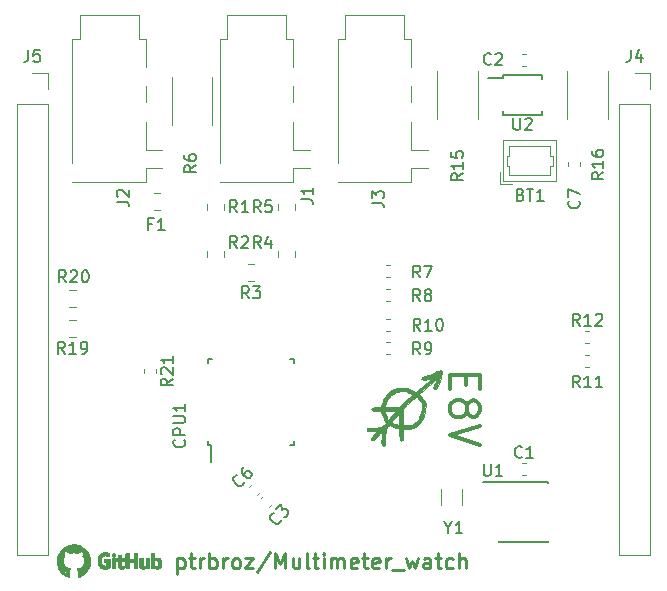
<source format=gbr>
%TF.GenerationSoftware,KiCad,Pcbnew,(5.0.2)-1*%
%TF.CreationDate,2020-07-31T09:38:14+02:00*%
%TF.ProjectId,Multimeter_Watch_Board_V1,4d756c74-696d-4657-9465-725f57617463,rev?*%
%TF.SameCoordinates,Original*%
%TF.FileFunction,Legend,Top*%
%TF.FilePolarity,Positive*%
%FSLAX46Y46*%
G04 Gerber Fmt 4.6, Leading zero omitted, Abs format (unit mm)*
G04 Created by KiCad (PCBNEW (5.0.2)-1) date 31.7.2020 9:38:14*
%MOMM*%
%LPD*%
G01*
G04 APERTURE LIST*
%ADD10C,0.300000*%
%ADD11C,0.280000*%
%ADD12C,0.120000*%
%ADD13C,0.010000*%
%ADD14C,0.150000*%
G04 APERTURE END LIST*
D10*
X138678571Y-78202380D02*
X138678571Y-79035714D01*
X137369047Y-79392857D02*
X137369047Y-78202380D01*
X139869047Y-78202380D01*
X139869047Y-79392857D01*
X138797619Y-80821428D02*
X138916666Y-80583333D01*
X139035714Y-80464285D01*
X139273809Y-80345238D01*
X139392857Y-80345238D01*
X139630952Y-80464285D01*
X139750000Y-80583333D01*
X139869047Y-80821428D01*
X139869047Y-81297619D01*
X139750000Y-81535714D01*
X139630952Y-81654761D01*
X139392857Y-81773809D01*
X139273809Y-81773809D01*
X139035714Y-81654761D01*
X138916666Y-81535714D01*
X138797619Y-81297619D01*
X138797619Y-80821428D01*
X138678571Y-80583333D01*
X138559523Y-80464285D01*
X138321428Y-80345238D01*
X137845238Y-80345238D01*
X137607142Y-80464285D01*
X137488095Y-80583333D01*
X137369047Y-80821428D01*
X137369047Y-81297619D01*
X137488095Y-81535714D01*
X137607142Y-81654761D01*
X137845238Y-81773809D01*
X138321428Y-81773809D01*
X138559523Y-81654761D01*
X138678571Y-81535714D01*
X138797619Y-81297619D01*
X139869047Y-82488095D02*
X137369047Y-83321428D01*
X139869047Y-84154761D01*
D11*
X114273809Y-93721428D02*
X114273809Y-95021428D01*
X114273809Y-93783333D02*
X114397619Y-93721428D01*
X114645238Y-93721428D01*
X114769047Y-93783333D01*
X114830952Y-93845238D01*
X114892857Y-93969047D01*
X114892857Y-94340476D01*
X114830952Y-94464285D01*
X114769047Y-94526190D01*
X114645238Y-94588095D01*
X114397619Y-94588095D01*
X114273809Y-94526190D01*
X115264285Y-93721428D02*
X115759523Y-93721428D01*
X115450000Y-93288095D02*
X115450000Y-94402380D01*
X115511904Y-94526190D01*
X115635714Y-94588095D01*
X115759523Y-94588095D01*
X116192857Y-94588095D02*
X116192857Y-93721428D01*
X116192857Y-93969047D02*
X116254761Y-93845238D01*
X116316666Y-93783333D01*
X116440476Y-93721428D01*
X116564285Y-93721428D01*
X116997619Y-94588095D02*
X116997619Y-93288095D01*
X116997619Y-93783333D02*
X117121428Y-93721428D01*
X117369047Y-93721428D01*
X117492857Y-93783333D01*
X117554761Y-93845238D01*
X117616666Y-93969047D01*
X117616666Y-94340476D01*
X117554761Y-94464285D01*
X117492857Y-94526190D01*
X117369047Y-94588095D01*
X117121428Y-94588095D01*
X116997619Y-94526190D01*
X118173809Y-94588095D02*
X118173809Y-93721428D01*
X118173809Y-93969047D02*
X118235714Y-93845238D01*
X118297619Y-93783333D01*
X118421428Y-93721428D01*
X118545238Y-93721428D01*
X119164285Y-94588095D02*
X119040476Y-94526190D01*
X118978571Y-94464285D01*
X118916666Y-94340476D01*
X118916666Y-93969047D01*
X118978571Y-93845238D01*
X119040476Y-93783333D01*
X119164285Y-93721428D01*
X119350000Y-93721428D01*
X119473809Y-93783333D01*
X119535714Y-93845238D01*
X119597619Y-93969047D01*
X119597619Y-94340476D01*
X119535714Y-94464285D01*
X119473809Y-94526190D01*
X119350000Y-94588095D01*
X119164285Y-94588095D01*
X120030952Y-93721428D02*
X120711904Y-93721428D01*
X120030952Y-94588095D01*
X120711904Y-94588095D01*
X122135714Y-93226190D02*
X121021428Y-94897619D01*
X122569047Y-94588095D02*
X122569047Y-93288095D01*
X123002380Y-94216666D01*
X123435714Y-93288095D01*
X123435714Y-94588095D01*
X124611904Y-93721428D02*
X124611904Y-94588095D01*
X124054761Y-93721428D02*
X124054761Y-94402380D01*
X124116666Y-94526190D01*
X124240476Y-94588095D01*
X124426190Y-94588095D01*
X124550000Y-94526190D01*
X124611904Y-94464285D01*
X125416666Y-94588095D02*
X125292857Y-94526190D01*
X125230952Y-94402380D01*
X125230952Y-93288095D01*
X125726190Y-93721428D02*
X126221428Y-93721428D01*
X125911904Y-93288095D02*
X125911904Y-94402380D01*
X125973809Y-94526190D01*
X126097619Y-94588095D01*
X126221428Y-94588095D01*
X126654761Y-94588095D02*
X126654761Y-93721428D01*
X126654761Y-93288095D02*
X126592857Y-93350000D01*
X126654761Y-93411904D01*
X126716666Y-93350000D01*
X126654761Y-93288095D01*
X126654761Y-93411904D01*
X127273809Y-94588095D02*
X127273809Y-93721428D01*
X127273809Y-93845238D02*
X127335714Y-93783333D01*
X127459523Y-93721428D01*
X127645238Y-93721428D01*
X127769047Y-93783333D01*
X127830952Y-93907142D01*
X127830952Y-94588095D01*
X127830952Y-93907142D02*
X127892857Y-93783333D01*
X128016666Y-93721428D01*
X128202380Y-93721428D01*
X128326190Y-93783333D01*
X128388095Y-93907142D01*
X128388095Y-94588095D01*
X129502380Y-94526190D02*
X129378571Y-94588095D01*
X129130952Y-94588095D01*
X129007142Y-94526190D01*
X128945238Y-94402380D01*
X128945238Y-93907142D01*
X129007142Y-93783333D01*
X129130952Y-93721428D01*
X129378571Y-93721428D01*
X129502380Y-93783333D01*
X129564285Y-93907142D01*
X129564285Y-94030952D01*
X128945238Y-94154761D01*
X129935714Y-93721428D02*
X130430952Y-93721428D01*
X130121428Y-93288095D02*
X130121428Y-94402380D01*
X130183333Y-94526190D01*
X130307142Y-94588095D01*
X130430952Y-94588095D01*
X131359523Y-94526190D02*
X131235714Y-94588095D01*
X130988095Y-94588095D01*
X130864285Y-94526190D01*
X130802380Y-94402380D01*
X130802380Y-93907142D01*
X130864285Y-93783333D01*
X130988095Y-93721428D01*
X131235714Y-93721428D01*
X131359523Y-93783333D01*
X131421428Y-93907142D01*
X131421428Y-94030952D01*
X130802380Y-94154761D01*
X131978571Y-94588095D02*
X131978571Y-93721428D01*
X131978571Y-93969047D02*
X132040476Y-93845238D01*
X132102380Y-93783333D01*
X132226190Y-93721428D01*
X132350000Y-93721428D01*
X132473809Y-94711904D02*
X133464285Y-94711904D01*
X133650000Y-93721428D02*
X133897619Y-94588095D01*
X134145238Y-93969047D01*
X134392857Y-94588095D01*
X134640476Y-93721428D01*
X135692857Y-94588095D02*
X135692857Y-93907142D01*
X135630952Y-93783333D01*
X135507142Y-93721428D01*
X135259523Y-93721428D01*
X135135714Y-93783333D01*
X135692857Y-94526190D02*
X135569047Y-94588095D01*
X135259523Y-94588095D01*
X135135714Y-94526190D01*
X135073809Y-94402380D01*
X135073809Y-94278571D01*
X135135714Y-94154761D01*
X135259523Y-94092857D01*
X135569047Y-94092857D01*
X135692857Y-94030952D01*
X136126190Y-93721428D02*
X136621428Y-93721428D01*
X136311904Y-93288095D02*
X136311904Y-94402380D01*
X136373809Y-94526190D01*
X136497619Y-94588095D01*
X136621428Y-94588095D01*
X137611904Y-94526190D02*
X137488095Y-94588095D01*
X137240476Y-94588095D01*
X137116666Y-94526190D01*
X137054761Y-94464285D01*
X136992857Y-94340476D01*
X136992857Y-93969047D01*
X137054761Y-93845238D01*
X137116666Y-93783333D01*
X137240476Y-93721428D01*
X137488095Y-93721428D01*
X137611904Y-93783333D01*
X138169047Y-94588095D02*
X138169047Y-93288095D01*
X138726190Y-94588095D02*
X138726190Y-93907142D01*
X138664285Y-93783333D01*
X138540476Y-93721428D01*
X138354761Y-93721428D01*
X138230952Y-93783333D01*
X138169047Y-93845238D01*
D12*
%TO.C,J4*%
X153000000Y-52670000D02*
X154330000Y-52670000D01*
X154330000Y-52670000D02*
X154330000Y-54000000D01*
X154330000Y-55270000D02*
X154330000Y-93430000D01*
X151670000Y-93430000D02*
X154330000Y-93430000D01*
X151670000Y-55270000D02*
X151670000Y-93430000D01*
X151670000Y-55270000D02*
X154330000Y-55270000D01*
%TO.C,R21*%
X111490000Y-77703732D02*
X111490000Y-78046266D01*
X112510000Y-77703732D02*
X112510000Y-78046266D01*
D13*
%TO.C,G\002A\002A\002A*%
G36*
X136617729Y-77822756D02*
X136659631Y-77880876D01*
X136671556Y-77982974D01*
X136658064Y-78130783D01*
X136644025Y-78217760D01*
X136592444Y-78453367D01*
X136522654Y-78688090D01*
X136439868Y-78909321D01*
X136349296Y-79104451D01*
X136256149Y-79260871D01*
X136171700Y-79360620D01*
X136089329Y-79399436D01*
X136006195Y-79382081D01*
X135944367Y-79316534D01*
X135935473Y-79276677D01*
X135947466Y-79217466D01*
X135984117Y-79128095D01*
X136049197Y-78997756D01*
X136068240Y-78961497D01*
X136157922Y-78789502D01*
X136215622Y-78670090D01*
X136240184Y-78600328D01*
X136230451Y-78577285D01*
X136185268Y-78598027D01*
X136103477Y-78659621D01*
X135987326Y-78756257D01*
X135869248Y-78855639D01*
X135716465Y-78983472D01*
X135543281Y-79127828D01*
X135364001Y-79276780D01*
X135221364Y-79394903D01*
X134736104Y-79796070D01*
X134844615Y-79929722D01*
X134911576Y-80016767D01*
X134998854Y-80136489D01*
X135091770Y-80268581D01*
X135131437Y-80326539D01*
X135212598Y-80448055D01*
X135264411Y-80535366D01*
X135293447Y-80606630D01*
X135306277Y-80680006D01*
X135309472Y-80773652D01*
X135309527Y-80818664D01*
X135290507Y-81068293D01*
X135238067Y-81344688D01*
X135158464Y-81626278D01*
X135057959Y-81891496D01*
X134942812Y-82118773D01*
X134922807Y-82151183D01*
X134828924Y-82267411D01*
X134694678Y-82394291D01*
X134537737Y-82518427D01*
X134375770Y-82626418D01*
X134226443Y-82704868D01*
X134160456Y-82729302D01*
X134033738Y-82755124D01*
X133867262Y-82772146D01*
X133692674Y-82777948D01*
X133388875Y-82777897D01*
X133398439Y-83218553D01*
X133401360Y-83398766D01*
X133400365Y-83526370D01*
X133394497Y-83612186D01*
X133382799Y-83667035D01*
X133364316Y-83701740D01*
X133354794Y-83712419D01*
X133285715Y-83751038D01*
X133234899Y-83756002D01*
X133180306Y-83735584D01*
X133140343Y-83687245D01*
X133113075Y-83603266D01*
X133096569Y-83475928D01*
X133088889Y-83297510D01*
X133087718Y-83168811D01*
X133085610Y-83012232D01*
X133080173Y-82879672D01*
X133072182Y-82783461D01*
X133062415Y-82735931D01*
X133060301Y-82733342D01*
X133017705Y-82720461D01*
X132930123Y-82701824D01*
X132815353Y-82681166D01*
X132798364Y-82678363D01*
X132656126Y-82647276D01*
X132528911Y-82605569D01*
X132452250Y-82568077D01*
X132334074Y-82499635D01*
X132244938Y-82474954D01*
X132166605Y-82495399D01*
X132080842Y-82562335D01*
X132044088Y-82598635D01*
X131905801Y-82739603D01*
X131889304Y-83417614D01*
X131882781Y-83652541D01*
X131875664Y-83831755D01*
X131867264Y-83963042D01*
X131856889Y-84054186D01*
X131843850Y-84112975D01*
X131827454Y-84147194D01*
X131824232Y-84151187D01*
X131746410Y-84201144D01*
X131661195Y-84190596D01*
X131608535Y-84152249D01*
X131588521Y-84126210D01*
X131574766Y-84088253D01*
X131566663Y-84028583D01*
X131563604Y-83937404D01*
X131564981Y-83804919D01*
X131570186Y-83621333D01*
X131572077Y-83564450D01*
X131590119Y-83031151D01*
X131498993Y-83096038D01*
X131442712Y-83143876D01*
X131355311Y-83227294D01*
X131248376Y-83334877D01*
X131133496Y-83455215D01*
X131124377Y-83464979D01*
X131003766Y-83592084D01*
X130916508Y-83677479D01*
X130854582Y-83727622D01*
X130809966Y-83748974D01*
X130774640Y-83747995D01*
X130773409Y-83747615D01*
X130703323Y-83703143D01*
X130673252Y-83665136D01*
X130659330Y-83611306D01*
X130674648Y-83545817D01*
X130723660Y-83461000D01*
X130810821Y-83349189D01*
X130940588Y-83202716D01*
X130944285Y-83198687D01*
X131155643Y-82968500D01*
X130778421Y-82968500D01*
X130598830Y-82966346D01*
X130473319Y-82957892D01*
X130392559Y-82940146D01*
X130347215Y-82910116D01*
X130327957Y-82864812D01*
X130325000Y-82823162D01*
X130330480Y-82771388D01*
X130352124Y-82732198D01*
X130397737Y-82703641D01*
X130475125Y-82683768D01*
X130592093Y-82670626D01*
X130756447Y-82662265D01*
X130975992Y-82656734D01*
X130992085Y-82656431D01*
X131554323Y-82645987D01*
X131741048Y-82457292D01*
X131927774Y-82268598D01*
X131886240Y-82194710D01*
X132397757Y-82194710D01*
X132419979Y-82219216D01*
X132439990Y-82227276D01*
X132512205Y-82261418D01*
X132577078Y-82299376D01*
X132664589Y-82338301D01*
X132804468Y-82378370D01*
X132985722Y-82416554D01*
X133031687Y-82424679D01*
X133039674Y-82396107D01*
X133046521Y-82314487D01*
X133051740Y-82190269D01*
X133054845Y-82033901D01*
X133055500Y-81914399D01*
X133053960Y-81744528D01*
X133049700Y-81602010D01*
X133043258Y-81496595D01*
X133035173Y-81438034D01*
X133028757Y-81430212D01*
X132999220Y-81464893D01*
X132937609Y-81538118D01*
X132852510Y-81639656D01*
X132752510Y-81759277D01*
X132736983Y-81777875D01*
X132633237Y-81902150D01*
X132540955Y-82012678D01*
X132469528Y-82098212D01*
X132428347Y-82147503D01*
X132426028Y-82150275D01*
X132397757Y-82194710D01*
X131886240Y-82194710D01*
X131838007Y-82108906D01*
X131791722Y-82011382D01*
X131736979Y-81872947D01*
X131681495Y-81714097D01*
X131643974Y-81593670D01*
X131541557Y-81244424D01*
X131849000Y-81244424D01*
X131858618Y-81291952D01*
X131883991Y-81383022D01*
X131919892Y-81501243D01*
X131961095Y-81630221D01*
X132002375Y-81753565D01*
X132038506Y-81854883D01*
X132062475Y-81914055D01*
X132099877Y-81979915D01*
X132129869Y-82009462D01*
X132133979Y-82009305D01*
X132160975Y-81982912D01*
X132220905Y-81915968D01*
X132306382Y-81816984D01*
X132410023Y-81694468D01*
X132479527Y-81611187D01*
X132802511Y-81222250D01*
X132325755Y-81222250D01*
X132159925Y-81223641D01*
X132019175Y-81227476D01*
X131914471Y-81233243D01*
X131856784Y-81240434D01*
X131849000Y-81244424D01*
X131541557Y-81244424D01*
X131539709Y-81238125D01*
X131162542Y-81229539D01*
X130995091Y-81224207D01*
X130880111Y-81216109D01*
X130806581Y-81203616D01*
X130763481Y-81185099D01*
X130745687Y-81167908D01*
X130709019Y-81090906D01*
X130716188Y-81062135D01*
X133357125Y-81062135D01*
X133375341Y-82456651D01*
X133477358Y-82471172D01*
X133624957Y-82482642D01*
X133789018Y-82480463D01*
X133949016Y-82466349D01*
X134084426Y-82442015D01*
X134166750Y-82413612D01*
X134249848Y-82364042D01*
X134358019Y-82291011D01*
X134460422Y-82215906D01*
X134559938Y-82132900D01*
X134634693Y-82049970D01*
X134700385Y-81946579D01*
X134766321Y-81815718D01*
X134848255Y-81620889D01*
X134917001Y-81414508D01*
X134970204Y-81208689D01*
X135005510Y-81015548D01*
X135020566Y-80847200D01*
X135013016Y-80715759D01*
X134992580Y-80651367D01*
X134957601Y-80594361D01*
X134895608Y-80500999D01*
X134816768Y-80386402D01*
X134764700Y-80312465D01*
X134662332Y-80175690D01*
X134585279Y-80090178D01*
X134528965Y-80051165D01*
X134510146Y-80047500D01*
X134455478Y-80070051D01*
X134361294Y-80135435D01*
X134231602Y-80240242D01*
X134070407Y-80381067D01*
X133881717Y-80554500D01*
X133669538Y-80757136D01*
X133627000Y-80798559D01*
X133357125Y-81062135D01*
X130716188Y-81062135D01*
X130727817Y-81015473D01*
X130736984Y-81000000D01*
X130766037Y-80978092D01*
X130827670Y-80961657D01*
X130931058Y-80949309D01*
X131085373Y-80939661D01*
X131157185Y-80936500D01*
X131547375Y-80920625D01*
X131556188Y-80848198D01*
X131849000Y-80848198D01*
X131849000Y-80929539D01*
X132460187Y-80913647D01*
X133071375Y-80897754D01*
X133309500Y-80668847D01*
X133432426Y-80552233D01*
X133582236Y-80412436D01*
X133738397Y-80268512D01*
X133857848Y-80159827D01*
X134168072Y-79879715D01*
X133972227Y-79759276D01*
X133846761Y-79690889D01*
X133714990Y-79632704D01*
X133617912Y-79600819D01*
X133481484Y-79582435D01*
X133307100Y-79578956D01*
X133118177Y-79588982D01*
X132938132Y-79611113D01*
X132790379Y-79643949D01*
X132766659Y-79651715D01*
X132667047Y-79702616D01*
X132541773Y-79789015D01*
X132406158Y-79897900D01*
X132275522Y-80016262D01*
X132165184Y-80131092D01*
X132094965Y-80222125D01*
X132031748Y-80335313D01*
X131968325Y-80471573D01*
X131911996Y-80612322D01*
X131870061Y-80738979D01*
X131849819Y-80832965D01*
X131849000Y-80848198D01*
X131556188Y-80848198D01*
X131564762Y-80777750D01*
X131594741Y-80639763D01*
X131650399Y-80472070D01*
X131722441Y-80297966D01*
X131801571Y-80140742D01*
X131850795Y-80060968D01*
X131927707Y-79965132D01*
X132040059Y-79845197D01*
X132172932Y-79715740D01*
X132311403Y-79591339D01*
X132432324Y-79492811D01*
X132554034Y-79416832D01*
X132697013Y-79362274D01*
X132872149Y-79326738D01*
X133090329Y-79307826D01*
X133293625Y-79303087D01*
X133706375Y-79301375D01*
X134096380Y-79455272D01*
X134486386Y-79609169D01*
X134763130Y-79374504D01*
X134888114Y-79269483D01*
X135045671Y-79138519D01*
X135218952Y-78995544D01*
X135391109Y-78854485D01*
X135460562Y-78797915D01*
X135598540Y-78685089D01*
X135717511Y-78586505D01*
X135809457Y-78508915D01*
X135866354Y-78459072D01*
X135881250Y-78443740D01*
X135855630Y-78446280D01*
X135792535Y-78468305D01*
X135778062Y-78474170D01*
X135681809Y-78506165D01*
X135551043Y-78539596D01*
X135404940Y-78570721D01*
X135262678Y-78595797D01*
X135143434Y-78611082D01*
X135067051Y-78612915D01*
X134987154Y-78578165D01*
X134950772Y-78510599D01*
X134965257Y-78429599D01*
X134985907Y-78398996D01*
X135047730Y-78356310D01*
X135162864Y-78314552D01*
X135336309Y-78271919D01*
X135341500Y-78270813D01*
X135501441Y-78231249D01*
X135657303Y-78179290D01*
X135827454Y-78107886D01*
X136030266Y-78009986D01*
X136059143Y-77995375D01*
X136266557Y-77894924D01*
X136425753Y-77831514D01*
X136541290Y-77806880D01*
X136617729Y-77822756D01*
X136617729Y-77822756D01*
G37*
X136617729Y-77822756D02*
X136659631Y-77880876D01*
X136671556Y-77982974D01*
X136658064Y-78130783D01*
X136644025Y-78217760D01*
X136592444Y-78453367D01*
X136522654Y-78688090D01*
X136439868Y-78909321D01*
X136349296Y-79104451D01*
X136256149Y-79260871D01*
X136171700Y-79360620D01*
X136089329Y-79399436D01*
X136006195Y-79382081D01*
X135944367Y-79316534D01*
X135935473Y-79276677D01*
X135947466Y-79217466D01*
X135984117Y-79128095D01*
X136049197Y-78997756D01*
X136068240Y-78961497D01*
X136157922Y-78789502D01*
X136215622Y-78670090D01*
X136240184Y-78600328D01*
X136230451Y-78577285D01*
X136185268Y-78598027D01*
X136103477Y-78659621D01*
X135987326Y-78756257D01*
X135869248Y-78855639D01*
X135716465Y-78983472D01*
X135543281Y-79127828D01*
X135364001Y-79276780D01*
X135221364Y-79394903D01*
X134736104Y-79796070D01*
X134844615Y-79929722D01*
X134911576Y-80016767D01*
X134998854Y-80136489D01*
X135091770Y-80268581D01*
X135131437Y-80326539D01*
X135212598Y-80448055D01*
X135264411Y-80535366D01*
X135293447Y-80606630D01*
X135306277Y-80680006D01*
X135309472Y-80773652D01*
X135309527Y-80818664D01*
X135290507Y-81068293D01*
X135238067Y-81344688D01*
X135158464Y-81626278D01*
X135057959Y-81891496D01*
X134942812Y-82118773D01*
X134922807Y-82151183D01*
X134828924Y-82267411D01*
X134694678Y-82394291D01*
X134537737Y-82518427D01*
X134375770Y-82626418D01*
X134226443Y-82704868D01*
X134160456Y-82729302D01*
X134033738Y-82755124D01*
X133867262Y-82772146D01*
X133692674Y-82777948D01*
X133388875Y-82777897D01*
X133398439Y-83218553D01*
X133401360Y-83398766D01*
X133400365Y-83526370D01*
X133394497Y-83612186D01*
X133382799Y-83667035D01*
X133364316Y-83701740D01*
X133354794Y-83712419D01*
X133285715Y-83751038D01*
X133234899Y-83756002D01*
X133180306Y-83735584D01*
X133140343Y-83687245D01*
X133113075Y-83603266D01*
X133096569Y-83475928D01*
X133088889Y-83297510D01*
X133087718Y-83168811D01*
X133085610Y-83012232D01*
X133080173Y-82879672D01*
X133072182Y-82783461D01*
X133062415Y-82735931D01*
X133060301Y-82733342D01*
X133017705Y-82720461D01*
X132930123Y-82701824D01*
X132815353Y-82681166D01*
X132798364Y-82678363D01*
X132656126Y-82647276D01*
X132528911Y-82605569D01*
X132452250Y-82568077D01*
X132334074Y-82499635D01*
X132244938Y-82474954D01*
X132166605Y-82495399D01*
X132080842Y-82562335D01*
X132044088Y-82598635D01*
X131905801Y-82739603D01*
X131889304Y-83417614D01*
X131882781Y-83652541D01*
X131875664Y-83831755D01*
X131867264Y-83963042D01*
X131856889Y-84054186D01*
X131843850Y-84112975D01*
X131827454Y-84147194D01*
X131824232Y-84151187D01*
X131746410Y-84201144D01*
X131661195Y-84190596D01*
X131608535Y-84152249D01*
X131588521Y-84126210D01*
X131574766Y-84088253D01*
X131566663Y-84028583D01*
X131563604Y-83937404D01*
X131564981Y-83804919D01*
X131570186Y-83621333D01*
X131572077Y-83564450D01*
X131590119Y-83031151D01*
X131498993Y-83096038D01*
X131442712Y-83143876D01*
X131355311Y-83227294D01*
X131248376Y-83334877D01*
X131133496Y-83455215D01*
X131124377Y-83464979D01*
X131003766Y-83592084D01*
X130916508Y-83677479D01*
X130854582Y-83727622D01*
X130809966Y-83748974D01*
X130774640Y-83747995D01*
X130773409Y-83747615D01*
X130703323Y-83703143D01*
X130673252Y-83665136D01*
X130659330Y-83611306D01*
X130674648Y-83545817D01*
X130723660Y-83461000D01*
X130810821Y-83349189D01*
X130940588Y-83202716D01*
X130944285Y-83198687D01*
X131155643Y-82968500D01*
X130778421Y-82968500D01*
X130598830Y-82966346D01*
X130473319Y-82957892D01*
X130392559Y-82940146D01*
X130347215Y-82910116D01*
X130327957Y-82864812D01*
X130325000Y-82823162D01*
X130330480Y-82771388D01*
X130352124Y-82732198D01*
X130397737Y-82703641D01*
X130475125Y-82683768D01*
X130592093Y-82670626D01*
X130756447Y-82662265D01*
X130975992Y-82656734D01*
X130992085Y-82656431D01*
X131554323Y-82645987D01*
X131741048Y-82457292D01*
X131927774Y-82268598D01*
X131886240Y-82194710D01*
X132397757Y-82194710D01*
X132419979Y-82219216D01*
X132439990Y-82227276D01*
X132512205Y-82261418D01*
X132577078Y-82299376D01*
X132664589Y-82338301D01*
X132804468Y-82378370D01*
X132985722Y-82416554D01*
X133031687Y-82424679D01*
X133039674Y-82396107D01*
X133046521Y-82314487D01*
X133051740Y-82190269D01*
X133054845Y-82033901D01*
X133055500Y-81914399D01*
X133053960Y-81744528D01*
X133049700Y-81602010D01*
X133043258Y-81496595D01*
X133035173Y-81438034D01*
X133028757Y-81430212D01*
X132999220Y-81464893D01*
X132937609Y-81538118D01*
X132852510Y-81639656D01*
X132752510Y-81759277D01*
X132736983Y-81777875D01*
X132633237Y-81902150D01*
X132540955Y-82012678D01*
X132469528Y-82098212D01*
X132428347Y-82147503D01*
X132426028Y-82150275D01*
X132397757Y-82194710D01*
X131886240Y-82194710D01*
X131838007Y-82108906D01*
X131791722Y-82011382D01*
X131736979Y-81872947D01*
X131681495Y-81714097D01*
X131643974Y-81593670D01*
X131541557Y-81244424D01*
X131849000Y-81244424D01*
X131858618Y-81291952D01*
X131883991Y-81383022D01*
X131919892Y-81501243D01*
X131961095Y-81630221D01*
X132002375Y-81753565D01*
X132038506Y-81854883D01*
X132062475Y-81914055D01*
X132099877Y-81979915D01*
X132129869Y-82009462D01*
X132133979Y-82009305D01*
X132160975Y-81982912D01*
X132220905Y-81915968D01*
X132306382Y-81816984D01*
X132410023Y-81694468D01*
X132479527Y-81611187D01*
X132802511Y-81222250D01*
X132325755Y-81222250D01*
X132159925Y-81223641D01*
X132019175Y-81227476D01*
X131914471Y-81233243D01*
X131856784Y-81240434D01*
X131849000Y-81244424D01*
X131541557Y-81244424D01*
X131539709Y-81238125D01*
X131162542Y-81229539D01*
X130995091Y-81224207D01*
X130880111Y-81216109D01*
X130806581Y-81203616D01*
X130763481Y-81185099D01*
X130745687Y-81167908D01*
X130709019Y-81090906D01*
X130716188Y-81062135D01*
X133357125Y-81062135D01*
X133375341Y-82456651D01*
X133477358Y-82471172D01*
X133624957Y-82482642D01*
X133789018Y-82480463D01*
X133949016Y-82466349D01*
X134084426Y-82442015D01*
X134166750Y-82413612D01*
X134249848Y-82364042D01*
X134358019Y-82291011D01*
X134460422Y-82215906D01*
X134559938Y-82132900D01*
X134634693Y-82049970D01*
X134700385Y-81946579D01*
X134766321Y-81815718D01*
X134848255Y-81620889D01*
X134917001Y-81414508D01*
X134970204Y-81208689D01*
X135005510Y-81015548D01*
X135020566Y-80847200D01*
X135013016Y-80715759D01*
X134992580Y-80651367D01*
X134957601Y-80594361D01*
X134895608Y-80500999D01*
X134816768Y-80386402D01*
X134764700Y-80312465D01*
X134662332Y-80175690D01*
X134585279Y-80090178D01*
X134528965Y-80051165D01*
X134510146Y-80047500D01*
X134455478Y-80070051D01*
X134361294Y-80135435D01*
X134231602Y-80240242D01*
X134070407Y-80381067D01*
X133881717Y-80554500D01*
X133669538Y-80757136D01*
X133627000Y-80798559D01*
X133357125Y-81062135D01*
X130716188Y-81062135D01*
X130727817Y-81015473D01*
X130736984Y-81000000D01*
X130766037Y-80978092D01*
X130827670Y-80961657D01*
X130931058Y-80949309D01*
X131085373Y-80939661D01*
X131157185Y-80936500D01*
X131547375Y-80920625D01*
X131556188Y-80848198D01*
X131849000Y-80848198D01*
X131849000Y-80929539D01*
X132460187Y-80913647D01*
X133071375Y-80897754D01*
X133309500Y-80668847D01*
X133432426Y-80552233D01*
X133582236Y-80412436D01*
X133738397Y-80268512D01*
X133857848Y-80159827D01*
X134168072Y-79879715D01*
X133972227Y-79759276D01*
X133846761Y-79690889D01*
X133714990Y-79632704D01*
X133617912Y-79600819D01*
X133481484Y-79582435D01*
X133307100Y-79578956D01*
X133118177Y-79588982D01*
X132938132Y-79611113D01*
X132790379Y-79643949D01*
X132766659Y-79651715D01*
X132667047Y-79702616D01*
X132541773Y-79789015D01*
X132406158Y-79897900D01*
X132275522Y-80016262D01*
X132165184Y-80131092D01*
X132094965Y-80222125D01*
X132031748Y-80335313D01*
X131968325Y-80471573D01*
X131911996Y-80612322D01*
X131870061Y-80738979D01*
X131849819Y-80832965D01*
X131849000Y-80848198D01*
X131556188Y-80848198D01*
X131564762Y-80777750D01*
X131594741Y-80639763D01*
X131650399Y-80472070D01*
X131722441Y-80297966D01*
X131801571Y-80140742D01*
X131850795Y-80060968D01*
X131927707Y-79965132D01*
X132040059Y-79845197D01*
X132172932Y-79715740D01*
X132311403Y-79591339D01*
X132432324Y-79492811D01*
X132554034Y-79416832D01*
X132697013Y-79362274D01*
X132872149Y-79326738D01*
X133090329Y-79307826D01*
X133293625Y-79303087D01*
X133706375Y-79301375D01*
X134096380Y-79455272D01*
X134486386Y-79609169D01*
X134763130Y-79374504D01*
X134888114Y-79269483D01*
X135045671Y-79138519D01*
X135218952Y-78995544D01*
X135391109Y-78854485D01*
X135460562Y-78797915D01*
X135598540Y-78685089D01*
X135717511Y-78586505D01*
X135809457Y-78508915D01*
X135866354Y-78459072D01*
X135881250Y-78443740D01*
X135855630Y-78446280D01*
X135792535Y-78468305D01*
X135778062Y-78474170D01*
X135681809Y-78506165D01*
X135551043Y-78539596D01*
X135404940Y-78570721D01*
X135262678Y-78595797D01*
X135143434Y-78611082D01*
X135067051Y-78612915D01*
X134987154Y-78578165D01*
X134950772Y-78510599D01*
X134965257Y-78429599D01*
X134985907Y-78398996D01*
X135047730Y-78356310D01*
X135162864Y-78314552D01*
X135336309Y-78271919D01*
X135341500Y-78270813D01*
X135501441Y-78231249D01*
X135657303Y-78179290D01*
X135827454Y-78107886D01*
X136030266Y-78009986D01*
X136059143Y-77995375D01*
X136266557Y-77894924D01*
X136425753Y-77831514D01*
X136541290Y-77806880D01*
X136617729Y-77822756D01*
G36*
X105671372Y-92557054D02*
X105812146Y-92583121D01*
X105948976Y-92622889D01*
X106080845Y-92675852D01*
X106206734Y-92741504D01*
X106325624Y-92819340D01*
X106436499Y-92908855D01*
X106538338Y-93009541D01*
X106630124Y-93120895D01*
X106710838Y-93242409D01*
X106779462Y-93373579D01*
X106834978Y-93513899D01*
X106861517Y-93602067D01*
X106892142Y-93748984D01*
X106906415Y-93897127D01*
X106904724Y-94045159D01*
X106887458Y-94191743D01*
X106855003Y-94335543D01*
X106807747Y-94475222D01*
X106746077Y-94609443D01*
X106670381Y-94736871D01*
X106581047Y-94856169D01*
X106478461Y-94965999D01*
X106461475Y-94982018D01*
X106355259Y-95071342D01*
X106240310Y-95151215D01*
X106120364Y-95219311D01*
X105999156Y-95273302D01*
X105986011Y-95278242D01*
X105940808Y-95293078D01*
X105907065Y-95299248D01*
X105881678Y-95296723D01*
X105861543Y-95285477D01*
X105852928Y-95277079D01*
X105848046Y-95270606D01*
X105844341Y-95261961D01*
X105841692Y-95249010D01*
X105839974Y-95229620D01*
X105839065Y-95201657D01*
X105838841Y-95162989D01*
X105839179Y-95111482D01*
X105839879Y-95051076D01*
X105840300Y-94983358D01*
X105839864Y-94919988D01*
X105838640Y-94863920D01*
X105836701Y-94818107D01*
X105834116Y-94785504D01*
X105833355Y-94779603D01*
X105824075Y-94734582D01*
X105810139Y-94689520D01*
X105793365Y-94649034D01*
X105775575Y-94617742D01*
X105764311Y-94604502D01*
X105752196Y-94591629D01*
X105748333Y-94584584D01*
X105756094Y-94581013D01*
X105776827Y-94576136D01*
X105806706Y-94570792D01*
X105820909Y-94568632D01*
X105930027Y-94546154D01*
X106029408Y-94511956D01*
X106118063Y-94466596D01*
X106195000Y-94410630D01*
X106259229Y-94344615D01*
X106287353Y-94306388D01*
X106322631Y-94241368D01*
X106351381Y-94164047D01*
X106372790Y-94078063D01*
X106386042Y-93987056D01*
X106390325Y-93894665D01*
X106389011Y-93851833D01*
X106375705Y-93753568D01*
X106347581Y-93662696D01*
X106304924Y-93579992D01*
X106271873Y-93533866D01*
X106247447Y-93503472D01*
X106261431Y-93449053D01*
X106269526Y-93398729D01*
X106271623Y-93338988D01*
X106267988Y-93276148D01*
X106258883Y-93216523D01*
X106250308Y-93182967D01*
X106241049Y-93155083D01*
X106232957Y-93139528D01*
X106222680Y-93132308D01*
X106206867Y-93129433D01*
X106205236Y-93129268D01*
X106160756Y-93130911D01*
X106106195Y-93142857D01*
X106044164Y-93164204D01*
X105977277Y-93194049D01*
X105908144Y-93231486D01*
X105905893Y-93232818D01*
X105839086Y-93272447D01*
X105749260Y-93253251D01*
X105715248Y-93246467D01*
X105683433Y-93241455D01*
X105650253Y-93237960D01*
X105612142Y-93235724D01*
X105565538Y-93234490D01*
X105506875Y-93234001D01*
X105481633Y-93233958D01*
X105418455Y-93234143D01*
X105368693Y-93234949D01*
X105328831Y-93236632D01*
X105295356Y-93239450D01*
X105264752Y-93243661D01*
X105233507Y-93249522D01*
X105214933Y-93253508D01*
X105126033Y-93273156D01*
X105060255Y-93233603D01*
X104988916Y-93194578D01*
X104918856Y-93163567D01*
X104853511Y-93141894D01*
X104796315Y-93130877D01*
X104792168Y-93130494D01*
X104733736Y-93125595D01*
X104715562Y-93183914D01*
X104699341Y-93254304D01*
X104692247Y-93328490D01*
X104694613Y-93400015D01*
X104702097Y-93445131D01*
X104709076Y-93476081D01*
X104711800Y-93495497D01*
X104710073Y-93508286D01*
X104703697Y-93519355D01*
X104698874Y-93525564D01*
X104644723Y-93606665D01*
X104605785Y-93695122D01*
X104582049Y-93790978D01*
X104573503Y-93894275D01*
X104579267Y-93997807D01*
X104594350Y-94094122D01*
X104616254Y-94177231D01*
X104646178Y-94249903D01*
X104685323Y-94314907D01*
X104734887Y-94375009D01*
X104749094Y-94389640D01*
X104822376Y-94451019D01*
X104907687Y-94500832D01*
X105004436Y-94538803D01*
X105112035Y-94564659D01*
X105132767Y-94568045D01*
X105171418Y-94574041D01*
X105195589Y-94578771D01*
X105207522Y-94583630D01*
X105209460Y-94590012D01*
X105203644Y-94599312D01*
X105196621Y-94607759D01*
X105171932Y-94646124D01*
X105149014Y-94699999D01*
X105137225Y-94736318D01*
X105130094Y-94757364D01*
X105121217Y-94770387D01*
X105105936Y-94779406D01*
X105079591Y-94788440D01*
X105075233Y-94789787D01*
X105029127Y-94800107D01*
X104977917Y-94803184D01*
X104956700Y-94802683D01*
X104899024Y-94796133D01*
X104849486Y-94780398D01*
X104805250Y-94753703D01*
X104763481Y-94714271D01*
X104721345Y-94660325D01*
X104715112Y-94651303D01*
X104670681Y-94596326D01*
X104621663Y-94553820D01*
X104569936Y-94524835D01*
X104517375Y-94510423D01*
X104465860Y-94511633D01*
X104465633Y-94511675D01*
X104443103Y-94520175D01*
X104436512Y-94534045D01*
X104445835Y-94553012D01*
X104471047Y-94576804D01*
X104471771Y-94577372D01*
X104533639Y-94631357D01*
X104582676Y-94687541D01*
X104622795Y-94750652D01*
X104635248Y-94774832D01*
X104675601Y-94844145D01*
X104721644Y-94898209D01*
X104774383Y-94938046D01*
X104814911Y-94957661D01*
X104840056Y-94966354D01*
X104865548Y-94972066D01*
X104896025Y-94975403D01*
X104936126Y-94976972D01*
X104965167Y-94977309D01*
X105008083Y-94977192D01*
X105047585Y-94976427D01*
X105078998Y-94975144D01*
X105096400Y-94973667D01*
X105126033Y-94969434D01*
X105128351Y-95110544D01*
X105129109Y-95162601D01*
X105129215Y-95200506D01*
X105128382Y-95227035D01*
X105126319Y-95244966D01*
X105122738Y-95257076D01*
X105117350Y-95266142D01*
X105111418Y-95273208D01*
X105089312Y-95291615D01*
X105063605Y-95298904D01*
X105030620Y-95295502D01*
X104999033Y-95286240D01*
X104938984Y-95262881D01*
X104871280Y-95232011D01*
X104801638Y-95196513D01*
X104735773Y-95159268D01*
X104690237Y-95130550D01*
X104564031Y-95036292D01*
X104451069Y-94931542D01*
X104351529Y-94816576D01*
X104265587Y-94691674D01*
X104193421Y-94557112D01*
X104135210Y-94413170D01*
X104091129Y-94260123D01*
X104070987Y-94160867D01*
X104065491Y-94115377D01*
X104062004Y-94057578D01*
X104060482Y-93991969D01*
X104060882Y-93923047D01*
X104063160Y-93855313D01*
X104067273Y-93793265D01*
X104073176Y-93741402D01*
X104075188Y-93729067D01*
X104110614Y-93576557D01*
X104160957Y-93431047D01*
X104225524Y-93293400D01*
X104303620Y-93164479D01*
X104394549Y-93045147D01*
X104497618Y-92936268D01*
X104612131Y-92838703D01*
X104737393Y-92753316D01*
X104872710Y-92680970D01*
X104944000Y-92649926D01*
X105089214Y-92599905D01*
X105235576Y-92566113D01*
X105382069Y-92548044D01*
X105527674Y-92545193D01*
X105671372Y-92557054D01*
X105671372Y-92557054D01*
G37*
X105671372Y-92557054D02*
X105812146Y-92583121D01*
X105948976Y-92622889D01*
X106080845Y-92675852D01*
X106206734Y-92741504D01*
X106325624Y-92819340D01*
X106436499Y-92908855D01*
X106538338Y-93009541D01*
X106630124Y-93120895D01*
X106710838Y-93242409D01*
X106779462Y-93373579D01*
X106834978Y-93513899D01*
X106861517Y-93602067D01*
X106892142Y-93748984D01*
X106906415Y-93897127D01*
X106904724Y-94045159D01*
X106887458Y-94191743D01*
X106855003Y-94335543D01*
X106807747Y-94475222D01*
X106746077Y-94609443D01*
X106670381Y-94736871D01*
X106581047Y-94856169D01*
X106478461Y-94965999D01*
X106461475Y-94982018D01*
X106355259Y-95071342D01*
X106240310Y-95151215D01*
X106120364Y-95219311D01*
X105999156Y-95273302D01*
X105986011Y-95278242D01*
X105940808Y-95293078D01*
X105907065Y-95299248D01*
X105881678Y-95296723D01*
X105861543Y-95285477D01*
X105852928Y-95277079D01*
X105848046Y-95270606D01*
X105844341Y-95261961D01*
X105841692Y-95249010D01*
X105839974Y-95229620D01*
X105839065Y-95201657D01*
X105838841Y-95162989D01*
X105839179Y-95111482D01*
X105839879Y-95051076D01*
X105840300Y-94983358D01*
X105839864Y-94919988D01*
X105838640Y-94863920D01*
X105836701Y-94818107D01*
X105834116Y-94785504D01*
X105833355Y-94779603D01*
X105824075Y-94734582D01*
X105810139Y-94689520D01*
X105793365Y-94649034D01*
X105775575Y-94617742D01*
X105764311Y-94604502D01*
X105752196Y-94591629D01*
X105748333Y-94584584D01*
X105756094Y-94581013D01*
X105776827Y-94576136D01*
X105806706Y-94570792D01*
X105820909Y-94568632D01*
X105930027Y-94546154D01*
X106029408Y-94511956D01*
X106118063Y-94466596D01*
X106195000Y-94410630D01*
X106259229Y-94344615D01*
X106287353Y-94306388D01*
X106322631Y-94241368D01*
X106351381Y-94164047D01*
X106372790Y-94078063D01*
X106386042Y-93987056D01*
X106390325Y-93894665D01*
X106389011Y-93851833D01*
X106375705Y-93753568D01*
X106347581Y-93662696D01*
X106304924Y-93579992D01*
X106271873Y-93533866D01*
X106247447Y-93503472D01*
X106261431Y-93449053D01*
X106269526Y-93398729D01*
X106271623Y-93338988D01*
X106267988Y-93276148D01*
X106258883Y-93216523D01*
X106250308Y-93182967D01*
X106241049Y-93155083D01*
X106232957Y-93139528D01*
X106222680Y-93132308D01*
X106206867Y-93129433D01*
X106205236Y-93129268D01*
X106160756Y-93130911D01*
X106106195Y-93142857D01*
X106044164Y-93164204D01*
X105977277Y-93194049D01*
X105908144Y-93231486D01*
X105905893Y-93232818D01*
X105839086Y-93272447D01*
X105749260Y-93253251D01*
X105715248Y-93246467D01*
X105683433Y-93241455D01*
X105650253Y-93237960D01*
X105612142Y-93235724D01*
X105565538Y-93234490D01*
X105506875Y-93234001D01*
X105481633Y-93233958D01*
X105418455Y-93234143D01*
X105368693Y-93234949D01*
X105328831Y-93236632D01*
X105295356Y-93239450D01*
X105264752Y-93243661D01*
X105233507Y-93249522D01*
X105214933Y-93253508D01*
X105126033Y-93273156D01*
X105060255Y-93233603D01*
X104988916Y-93194578D01*
X104918856Y-93163567D01*
X104853511Y-93141894D01*
X104796315Y-93130877D01*
X104792168Y-93130494D01*
X104733736Y-93125595D01*
X104715562Y-93183914D01*
X104699341Y-93254304D01*
X104692247Y-93328490D01*
X104694613Y-93400015D01*
X104702097Y-93445131D01*
X104709076Y-93476081D01*
X104711800Y-93495497D01*
X104710073Y-93508286D01*
X104703697Y-93519355D01*
X104698874Y-93525564D01*
X104644723Y-93606665D01*
X104605785Y-93695122D01*
X104582049Y-93790978D01*
X104573503Y-93894275D01*
X104579267Y-93997807D01*
X104594350Y-94094122D01*
X104616254Y-94177231D01*
X104646178Y-94249903D01*
X104685323Y-94314907D01*
X104734887Y-94375009D01*
X104749094Y-94389640D01*
X104822376Y-94451019D01*
X104907687Y-94500832D01*
X105004436Y-94538803D01*
X105112035Y-94564659D01*
X105132767Y-94568045D01*
X105171418Y-94574041D01*
X105195589Y-94578771D01*
X105207522Y-94583630D01*
X105209460Y-94590012D01*
X105203644Y-94599312D01*
X105196621Y-94607759D01*
X105171932Y-94646124D01*
X105149014Y-94699999D01*
X105137225Y-94736318D01*
X105130094Y-94757364D01*
X105121217Y-94770387D01*
X105105936Y-94779406D01*
X105079591Y-94788440D01*
X105075233Y-94789787D01*
X105029127Y-94800107D01*
X104977917Y-94803184D01*
X104956700Y-94802683D01*
X104899024Y-94796133D01*
X104849486Y-94780398D01*
X104805250Y-94753703D01*
X104763481Y-94714271D01*
X104721345Y-94660325D01*
X104715112Y-94651303D01*
X104670681Y-94596326D01*
X104621663Y-94553820D01*
X104569936Y-94524835D01*
X104517375Y-94510423D01*
X104465860Y-94511633D01*
X104465633Y-94511675D01*
X104443103Y-94520175D01*
X104436512Y-94534045D01*
X104445835Y-94553012D01*
X104471047Y-94576804D01*
X104471771Y-94577372D01*
X104533639Y-94631357D01*
X104582676Y-94687541D01*
X104622795Y-94750652D01*
X104635248Y-94774832D01*
X104675601Y-94844145D01*
X104721644Y-94898209D01*
X104774383Y-94938046D01*
X104814911Y-94957661D01*
X104840056Y-94966354D01*
X104865548Y-94972066D01*
X104896025Y-94975403D01*
X104936126Y-94976972D01*
X104965167Y-94977309D01*
X105008083Y-94977192D01*
X105047585Y-94976427D01*
X105078998Y-94975144D01*
X105096400Y-94973667D01*
X105126033Y-94969434D01*
X105128351Y-95110544D01*
X105129109Y-95162601D01*
X105129215Y-95200506D01*
X105128382Y-95227035D01*
X105126319Y-95244966D01*
X105122738Y-95257076D01*
X105117350Y-95266142D01*
X105111418Y-95273208D01*
X105089312Y-95291615D01*
X105063605Y-95298904D01*
X105030620Y-95295502D01*
X104999033Y-95286240D01*
X104938984Y-95262881D01*
X104871280Y-95232011D01*
X104801638Y-95196513D01*
X104735773Y-95159268D01*
X104690237Y-95130550D01*
X104564031Y-95036292D01*
X104451069Y-94931542D01*
X104351529Y-94816576D01*
X104265587Y-94691674D01*
X104193421Y-94557112D01*
X104135210Y-94413170D01*
X104091129Y-94260123D01*
X104070987Y-94160867D01*
X104065491Y-94115377D01*
X104062004Y-94057578D01*
X104060482Y-93991969D01*
X104060882Y-93923047D01*
X104063160Y-93855313D01*
X104067273Y-93793265D01*
X104073176Y-93741402D01*
X104075188Y-93729067D01*
X104110614Y-93576557D01*
X104160957Y-93431047D01*
X104225524Y-93293400D01*
X104303620Y-93164479D01*
X104394549Y-93045147D01*
X104497618Y-92936268D01*
X104612131Y-92838703D01*
X104737393Y-92753316D01*
X104872710Y-92680970D01*
X104944000Y-92649926D01*
X105089214Y-92599905D01*
X105235576Y-92566113D01*
X105382069Y-92548044D01*
X105527674Y-92545193D01*
X105671372Y-92557054D01*
G36*
X105000270Y-94839435D02*
X105003802Y-94843079D01*
X105010490Y-94855086D01*
X105003571Y-94863570D01*
X105002722Y-94864116D01*
X104981357Y-94871507D01*
X104963059Y-94867802D01*
X104955200Y-94858512D01*
X104955599Y-94843000D01*
X104966901Y-94833488D01*
X104983620Y-94831719D01*
X105000270Y-94839435D01*
X105000270Y-94839435D01*
G37*
X105000270Y-94839435D02*
X105003802Y-94843079D01*
X105010490Y-94855086D01*
X105003571Y-94863570D01*
X105002722Y-94864116D01*
X104981357Y-94871507D01*
X104963059Y-94867802D01*
X104955200Y-94858512D01*
X104955599Y-94843000D01*
X104966901Y-94833488D01*
X104983620Y-94831719D01*
X105000270Y-94839435D01*
G36*
X104871976Y-94816263D02*
X104889135Y-94825234D01*
X104891559Y-94836386D01*
X104882068Y-94849344D01*
X104864940Y-94853219D01*
X104847355Y-94847118D01*
X104842441Y-94842483D01*
X104836486Y-94827364D01*
X104844255Y-94817171D01*
X104862681Y-94814625D01*
X104871976Y-94816263D01*
X104871976Y-94816263D01*
G37*
X104871976Y-94816263D02*
X104889135Y-94825234D01*
X104891559Y-94836386D01*
X104882068Y-94849344D01*
X104864940Y-94853219D01*
X104847355Y-94847118D01*
X104842441Y-94842483D01*
X104836486Y-94827364D01*
X104844255Y-94817171D01*
X104862681Y-94814625D01*
X104871976Y-94816263D01*
G36*
X105110011Y-94824459D02*
X105117293Y-94836207D01*
X105116345Y-94842563D01*
X105106076Y-94851636D01*
X105089052Y-94855150D01*
X105072317Y-94853067D01*
X105062917Y-94845350D01*
X105062533Y-94842854D01*
X105069162Y-94828870D01*
X105077131Y-94822405D01*
X105094607Y-94818822D01*
X105110011Y-94824459D01*
X105110011Y-94824459D01*
G37*
X105110011Y-94824459D02*
X105117293Y-94836207D01*
X105116345Y-94842563D01*
X105106076Y-94851636D01*
X105089052Y-94855150D01*
X105072317Y-94853067D01*
X105062917Y-94845350D01*
X105062533Y-94842854D01*
X105069162Y-94828870D01*
X105077131Y-94822405D01*
X105094607Y-94818822D01*
X105110011Y-94824459D01*
G36*
X104775824Y-94759783D02*
X104789345Y-94774573D01*
X104791600Y-94783954D01*
X104784918Y-94795838D01*
X104769153Y-94799045D01*
X104755105Y-94794564D01*
X104743482Y-94781915D01*
X104741247Y-94766701D01*
X104748250Y-94755543D01*
X104756040Y-94753534D01*
X104775824Y-94759783D01*
X104775824Y-94759783D01*
G37*
X104775824Y-94759783D02*
X104789345Y-94774573D01*
X104791600Y-94783954D01*
X104784918Y-94795838D01*
X104769153Y-94799045D01*
X104755105Y-94794564D01*
X104743482Y-94781915D01*
X104741247Y-94766701D01*
X104748250Y-94755543D01*
X104756040Y-94753534D01*
X104775824Y-94759783D01*
G36*
X104708215Y-94683799D02*
X104715206Y-94700567D01*
X104715400Y-94703770D01*
X104709877Y-94717076D01*
X104696593Y-94718290D01*
X104683227Y-94709507D01*
X104673766Y-94692292D01*
X104677414Y-94676770D01*
X104681904Y-94672871D01*
X104695254Y-94672850D01*
X104708215Y-94683799D01*
X104708215Y-94683799D01*
G37*
X104708215Y-94683799D02*
X104715206Y-94700567D01*
X104715400Y-94703770D01*
X104709877Y-94717076D01*
X104696593Y-94718290D01*
X104683227Y-94709507D01*
X104673766Y-94692292D01*
X104677414Y-94676770D01*
X104681904Y-94672871D01*
X104695254Y-94672850D01*
X104708215Y-94683799D01*
G36*
X104651344Y-94610632D02*
X104653290Y-94614403D01*
X104653962Y-94629997D01*
X104645620Y-94638076D01*
X104633267Y-94634107D01*
X104632427Y-94633307D01*
X104623396Y-94618300D01*
X104622266Y-94612140D01*
X104627973Y-94602673D01*
X104640142Y-94602351D01*
X104651344Y-94610632D01*
X104651344Y-94610632D01*
G37*
X104651344Y-94610632D02*
X104653290Y-94614403D01*
X104653962Y-94629997D01*
X104645620Y-94638076D01*
X104633267Y-94634107D01*
X104632427Y-94633307D01*
X104623396Y-94618300D01*
X104622266Y-94612140D01*
X104627973Y-94602673D01*
X104640142Y-94602351D01*
X104651344Y-94610632D01*
G36*
X108222037Y-93221037D02*
X108284603Y-93226842D01*
X108343958Y-93235053D01*
X108397626Y-93245296D01*
X108443127Y-93257194D01*
X108477984Y-93270373D01*
X108499718Y-93284458D01*
X108505107Y-93292259D01*
X108504839Y-93304577D01*
X108500951Y-93329252D01*
X108494372Y-93362331D01*
X108486032Y-93399860D01*
X108476859Y-93437884D01*
X108467781Y-93472450D01*
X108459727Y-93499604D01*
X108453626Y-93515392D01*
X108452231Y-93517404D01*
X108441142Y-93518613D01*
X108418335Y-93515570D01*
X108388299Y-93508927D01*
X108381467Y-93507129D01*
X108335595Y-93497882D01*
X108280161Y-93491586D01*
X108219816Y-93488302D01*
X108159211Y-93488090D01*
X108102998Y-93491009D01*
X108055827Y-93497122D01*
X108032946Y-93502608D01*
X107973486Y-93529605D01*
X107922577Y-93570541D01*
X107881219Y-93624197D01*
X107850410Y-93689357D01*
X107835106Y-93743716D01*
X107828780Y-93786654D01*
X107824808Y-93841174D01*
X107823185Y-93902088D01*
X107823905Y-93964210D01*
X107826963Y-94022354D01*
X107832352Y-94071333D01*
X107835483Y-94088752D01*
X107856831Y-94159994D01*
X107887965Y-94221115D01*
X107927669Y-94270543D01*
X107974731Y-94306703D01*
X108017891Y-94325328D01*
X108050218Y-94331800D01*
X108093451Y-94336288D01*
X108141659Y-94338583D01*
X108188909Y-94338478D01*
X108229268Y-94335763D01*
X108245151Y-94333333D01*
X108271819Y-94328000D01*
X108267167Y-94063500D01*
X108182500Y-94060995D01*
X108145456Y-94059579D01*
X108114277Y-94057795D01*
X108093183Y-94055916D01*
X108087010Y-94054819D01*
X108082507Y-94049015D01*
X108079608Y-94033848D01*
X108078166Y-94007234D01*
X108078033Y-93967092D01*
X108078543Y-93934557D01*
X108080900Y-93817967D01*
X108563500Y-93817967D01*
X108563500Y-94503767D01*
X108500000Y-94535390D01*
X108409226Y-94571761D01*
X108308827Y-94595815D01*
X108201130Y-94607234D01*
X108088459Y-94605695D01*
X108030921Y-94599958D01*
X107928189Y-94580428D01*
X107837640Y-94549599D01*
X107759029Y-94507192D01*
X107692108Y-94452928D01*
X107636632Y-94386527D01*
X107592353Y-94307712D01*
X107559027Y-94216201D01*
X107536406Y-94111716D01*
X107526603Y-94028228D01*
X107523968Y-93973819D01*
X107523859Y-93911207D01*
X107526030Y-93845415D01*
X107530234Y-93781468D01*
X107536226Y-93724392D01*
X107543699Y-93679486D01*
X107572543Y-93576108D01*
X107611207Y-93486450D01*
X107660026Y-93410202D01*
X107719332Y-93347057D01*
X107789459Y-93296708D01*
X107870741Y-93258847D01*
X107963510Y-93233166D01*
X108039859Y-93221813D01*
X108097187Y-93218147D01*
X108158739Y-93218014D01*
X108222037Y-93221037D01*
X108222037Y-93221037D01*
G37*
X108222037Y-93221037D02*
X108284603Y-93226842D01*
X108343958Y-93235053D01*
X108397626Y-93245296D01*
X108443127Y-93257194D01*
X108477984Y-93270373D01*
X108499718Y-93284458D01*
X108505107Y-93292259D01*
X108504839Y-93304577D01*
X108500951Y-93329252D01*
X108494372Y-93362331D01*
X108486032Y-93399860D01*
X108476859Y-93437884D01*
X108467781Y-93472450D01*
X108459727Y-93499604D01*
X108453626Y-93515392D01*
X108452231Y-93517404D01*
X108441142Y-93518613D01*
X108418335Y-93515570D01*
X108388299Y-93508927D01*
X108381467Y-93507129D01*
X108335595Y-93497882D01*
X108280161Y-93491586D01*
X108219816Y-93488302D01*
X108159211Y-93488090D01*
X108102998Y-93491009D01*
X108055827Y-93497122D01*
X108032946Y-93502608D01*
X107973486Y-93529605D01*
X107922577Y-93570541D01*
X107881219Y-93624197D01*
X107850410Y-93689357D01*
X107835106Y-93743716D01*
X107828780Y-93786654D01*
X107824808Y-93841174D01*
X107823185Y-93902088D01*
X107823905Y-93964210D01*
X107826963Y-94022354D01*
X107832352Y-94071333D01*
X107835483Y-94088752D01*
X107856831Y-94159994D01*
X107887965Y-94221115D01*
X107927669Y-94270543D01*
X107974731Y-94306703D01*
X108017891Y-94325328D01*
X108050218Y-94331800D01*
X108093451Y-94336288D01*
X108141659Y-94338583D01*
X108188909Y-94338478D01*
X108229268Y-94335763D01*
X108245151Y-94333333D01*
X108271819Y-94328000D01*
X108267167Y-94063500D01*
X108182500Y-94060995D01*
X108145456Y-94059579D01*
X108114277Y-94057795D01*
X108093183Y-94055916D01*
X108087010Y-94054819D01*
X108082507Y-94049015D01*
X108079608Y-94033848D01*
X108078166Y-94007234D01*
X108078033Y-93967092D01*
X108078543Y-93934557D01*
X108080900Y-93817967D01*
X108563500Y-93817967D01*
X108563500Y-94503767D01*
X108500000Y-94535390D01*
X108409226Y-94571761D01*
X108308827Y-94595815D01*
X108201130Y-94607234D01*
X108088459Y-94605695D01*
X108030921Y-94599958D01*
X107928189Y-94580428D01*
X107837640Y-94549599D01*
X107759029Y-94507192D01*
X107692108Y-94452928D01*
X107636632Y-94386527D01*
X107592353Y-94307712D01*
X107559027Y-94216201D01*
X107536406Y-94111716D01*
X107526603Y-94028228D01*
X107523968Y-93973819D01*
X107523859Y-93911207D01*
X107526030Y-93845415D01*
X107530234Y-93781468D01*
X107536226Y-93724392D01*
X107543699Y-93679486D01*
X107572543Y-93576108D01*
X107611207Y-93486450D01*
X107660026Y-93410202D01*
X107719332Y-93347057D01*
X107789459Y-93296708D01*
X107870741Y-93258847D01*
X107963510Y-93233166D01*
X108039859Y-93221813D01*
X108097187Y-93218147D01*
X108158739Y-93218014D01*
X108222037Y-93221037D01*
G36*
X109541400Y-93686212D02*
X109645117Y-93688590D01*
X109748833Y-93690967D01*
X109751227Y-93796711D01*
X109751968Y-93841599D01*
X109751591Y-93872566D01*
X109749783Y-93892607D01*
X109746228Y-93904715D01*
X109740613Y-93911883D01*
X109739025Y-93913128D01*
X109721369Y-93918887D01*
X109687451Y-93922460D01*
X109637809Y-93923792D01*
X109632915Y-93923800D01*
X109541400Y-93923800D01*
X109541400Y-94313000D01*
X109565964Y-94340492D01*
X109578360Y-94353429D01*
X109590372Y-94361761D01*
X109606254Y-94366796D01*
X109630257Y-94369842D01*
X109666635Y-94372206D01*
X109669681Y-94372375D01*
X109748833Y-94376767D01*
X109751219Y-94476357D01*
X109753606Y-94575948D01*
X109731217Y-94584460D01*
X109702307Y-94591870D01*
X109661850Y-94597577D01*
X109615186Y-94601155D01*
X109567655Y-94602180D01*
X109528700Y-94600580D01*
X109463828Y-94591564D01*
X109411013Y-94575138D01*
X109366424Y-94549748D01*
X109333613Y-94521451D01*
X109313636Y-94500748D01*
X109297578Y-94481394D01*
X109284977Y-94461252D01*
X109275376Y-94438186D01*
X109268312Y-94410057D01*
X109263328Y-94374731D01*
X109259962Y-94330069D01*
X109257755Y-94273936D01*
X109256247Y-94204194D01*
X109255541Y-94158750D01*
X109252138Y-93923800D01*
X109195685Y-93923685D01*
X109155882Y-93923461D01*
X109129169Y-93921106D01*
X109112940Y-93913809D01*
X109104591Y-93898754D01*
X109101520Y-93873129D01*
X109101121Y-93834122D01*
X109101133Y-93821539D01*
X109101133Y-93729720D01*
X109132883Y-93721728D01*
X109160576Y-93714971D01*
X109194199Y-93707046D01*
X109209083Y-93703624D01*
X109253533Y-93693511D01*
X109253533Y-93432734D01*
X109541400Y-93432734D01*
X109541400Y-93686212D01*
X109541400Y-93686212D01*
G37*
X109541400Y-93686212D02*
X109645117Y-93688590D01*
X109748833Y-93690967D01*
X109751227Y-93796711D01*
X109751968Y-93841599D01*
X109751591Y-93872566D01*
X109749783Y-93892607D01*
X109746228Y-93904715D01*
X109740613Y-93911883D01*
X109739025Y-93913128D01*
X109721369Y-93918887D01*
X109687451Y-93922460D01*
X109637809Y-93923792D01*
X109632915Y-93923800D01*
X109541400Y-93923800D01*
X109541400Y-94313000D01*
X109565964Y-94340492D01*
X109578360Y-94353429D01*
X109590372Y-94361761D01*
X109606254Y-94366796D01*
X109630257Y-94369842D01*
X109666635Y-94372206D01*
X109669681Y-94372375D01*
X109748833Y-94376767D01*
X109751219Y-94476357D01*
X109753606Y-94575948D01*
X109731217Y-94584460D01*
X109702307Y-94591870D01*
X109661850Y-94597577D01*
X109615186Y-94601155D01*
X109567655Y-94602180D01*
X109528700Y-94600580D01*
X109463828Y-94591564D01*
X109411013Y-94575138D01*
X109366424Y-94549748D01*
X109333613Y-94521451D01*
X109313636Y-94500748D01*
X109297578Y-94481394D01*
X109284977Y-94461252D01*
X109275376Y-94438186D01*
X109268312Y-94410057D01*
X109263328Y-94374731D01*
X109259962Y-94330069D01*
X109257755Y-94273936D01*
X109256247Y-94204194D01*
X109255541Y-94158750D01*
X109252138Y-93923800D01*
X109195685Y-93923685D01*
X109155882Y-93923461D01*
X109129169Y-93921106D01*
X109112940Y-93913809D01*
X109104591Y-93898754D01*
X109101520Y-93873129D01*
X109101121Y-93834122D01*
X109101133Y-93821539D01*
X109101133Y-93729720D01*
X109132883Y-93721728D01*
X109160576Y-93714971D01*
X109194199Y-93707046D01*
X109209083Y-93703624D01*
X109253533Y-93693511D01*
X109253533Y-93432734D01*
X109541400Y-93432734D01*
X109541400Y-93686212D01*
G36*
X111835486Y-93687996D02*
X111860886Y-93689079D01*
X111877161Y-93691382D01*
X111886913Y-93695124D01*
X111892740Y-93700522D01*
X111892965Y-93700826D01*
X111895554Y-93712722D01*
X111897816Y-93739543D01*
X111899751Y-93779288D01*
X111901360Y-93829951D01*
X111902642Y-93889530D01*
X111903597Y-93956020D01*
X111904227Y-94027418D01*
X111904530Y-94101719D01*
X111904508Y-94176921D01*
X111904160Y-94251020D01*
X111903486Y-94322011D01*
X111902487Y-94387891D01*
X111901163Y-94446656D01*
X111899513Y-94496303D01*
X111897539Y-94534827D01*
X111895240Y-94560226D01*
X111892897Y-94570200D01*
X111885766Y-94576844D01*
X111873943Y-94580924D01*
X111854101Y-94582853D01*
X111822909Y-94583042D01*
X111794102Y-94582402D01*
X111706008Y-94579967D01*
X111697812Y-94554567D01*
X111691465Y-94536103D01*
X111687449Y-94526567D01*
X111687383Y-94526481D01*
X111679296Y-94528468D01*
X111660828Y-94536425D01*
X111644092Y-94544567D01*
X111560506Y-94578244D01*
X111470160Y-94599088D01*
X111408351Y-94605146D01*
X111371516Y-94606225D01*
X111338980Y-94606267D01*
X111316038Y-94605300D01*
X111310933Y-94604672D01*
X111255914Y-94592420D01*
X111206220Y-94576686D01*
X111166652Y-94559097D01*
X111154300Y-94551610D01*
X111122298Y-94522154D01*
X111092924Y-94481440D01*
X111069679Y-94435120D01*
X111057168Y-94394687D01*
X111054702Y-94373272D01*
X111052741Y-94335904D01*
X111051302Y-94283556D01*
X111050404Y-94217201D01*
X111050064Y-94137813D01*
X111050298Y-94046364D01*
X111050453Y-94021167D01*
X111052700Y-93690967D01*
X111191766Y-93688633D01*
X111246987Y-93688046D01*
X111287243Y-93688487D01*
X111314482Y-93690067D01*
X111330648Y-93692900D01*
X111337686Y-93697100D01*
X111339265Y-93707797D01*
X111340722Y-93733454D01*
X111342014Y-93772096D01*
X111343099Y-93821751D01*
X111343932Y-93880444D01*
X111344471Y-93946202D01*
X111344670Y-94014345D01*
X111344722Y-94094404D01*
X111344873Y-94159272D01*
X111345222Y-94210693D01*
X111345873Y-94250408D01*
X111346927Y-94280161D01*
X111348486Y-94301695D01*
X111350651Y-94316751D01*
X111353524Y-94327073D01*
X111357207Y-94334403D01*
X111361802Y-94340484D01*
X111363850Y-94342878D01*
X111393100Y-94364269D01*
X111433151Y-94374868D01*
X111481682Y-94374584D01*
X111536370Y-94363328D01*
X111571933Y-94350966D01*
X111607067Y-94336908D01*
X111609283Y-94013937D01*
X111611500Y-93690967D01*
X111746915Y-93688625D01*
X111798363Y-93687917D01*
X111835486Y-93687996D01*
X111835486Y-93687996D01*
G37*
X111835486Y-93687996D02*
X111860886Y-93689079D01*
X111877161Y-93691382D01*
X111886913Y-93695124D01*
X111892740Y-93700522D01*
X111892965Y-93700826D01*
X111895554Y-93712722D01*
X111897816Y-93739543D01*
X111899751Y-93779288D01*
X111901360Y-93829951D01*
X111902642Y-93889530D01*
X111903597Y-93956020D01*
X111904227Y-94027418D01*
X111904530Y-94101719D01*
X111904508Y-94176921D01*
X111904160Y-94251020D01*
X111903486Y-94322011D01*
X111902487Y-94387891D01*
X111901163Y-94446656D01*
X111899513Y-94496303D01*
X111897539Y-94534827D01*
X111895240Y-94560226D01*
X111892897Y-94570200D01*
X111885766Y-94576844D01*
X111873943Y-94580924D01*
X111854101Y-94582853D01*
X111822909Y-94583042D01*
X111794102Y-94582402D01*
X111706008Y-94579967D01*
X111697812Y-94554567D01*
X111691465Y-94536103D01*
X111687449Y-94526567D01*
X111687383Y-94526481D01*
X111679296Y-94528468D01*
X111660828Y-94536425D01*
X111644092Y-94544567D01*
X111560506Y-94578244D01*
X111470160Y-94599088D01*
X111408351Y-94605146D01*
X111371516Y-94606225D01*
X111338980Y-94606267D01*
X111316038Y-94605300D01*
X111310933Y-94604672D01*
X111255914Y-94592420D01*
X111206220Y-94576686D01*
X111166652Y-94559097D01*
X111154300Y-94551610D01*
X111122298Y-94522154D01*
X111092924Y-94481440D01*
X111069679Y-94435120D01*
X111057168Y-94394687D01*
X111054702Y-94373272D01*
X111052741Y-94335904D01*
X111051302Y-94283556D01*
X111050404Y-94217201D01*
X111050064Y-94137813D01*
X111050298Y-94046364D01*
X111050453Y-94021167D01*
X111052700Y-93690967D01*
X111191766Y-93688633D01*
X111246987Y-93688046D01*
X111287243Y-93688487D01*
X111314482Y-93690067D01*
X111330648Y-93692900D01*
X111337686Y-93697100D01*
X111339265Y-93707797D01*
X111340722Y-93733454D01*
X111342014Y-93772096D01*
X111343099Y-93821751D01*
X111343932Y-93880444D01*
X111344471Y-93946202D01*
X111344670Y-94014345D01*
X111344722Y-94094404D01*
X111344873Y-94159272D01*
X111345222Y-94210693D01*
X111345873Y-94250408D01*
X111346927Y-94280161D01*
X111348486Y-94301695D01*
X111350651Y-94316751D01*
X111353524Y-94327073D01*
X111357207Y-94334403D01*
X111361802Y-94340484D01*
X111363850Y-94342878D01*
X111393100Y-94364269D01*
X111433151Y-94374868D01*
X111481682Y-94374584D01*
X111536370Y-94363328D01*
X111571933Y-94350966D01*
X111607067Y-94336908D01*
X111609283Y-94013937D01*
X111611500Y-93690967D01*
X111746915Y-93688625D01*
X111798363Y-93687917D01*
X111835486Y-93687996D01*
G36*
X112252139Y-93263970D02*
X112286494Y-93264979D01*
X112311361Y-93266655D01*
X112322007Y-93268539D01*
X112326112Y-93271819D01*
X112329296Y-93279394D01*
X112331673Y-93293164D01*
X112333354Y-93315029D01*
X112334454Y-93346891D01*
X112335084Y-93390649D01*
X112335359Y-93448204D01*
X112335400Y-93493893D01*
X112335464Y-93560645D01*
X112335740Y-93612318D01*
X112336356Y-93650770D01*
X112337440Y-93677854D01*
X112339119Y-93695427D01*
X112341522Y-93705344D01*
X112344775Y-93709461D01*
X112349006Y-93709632D01*
X112350217Y-93709281D01*
X112365707Y-93703812D01*
X112391042Y-93694458D01*
X112415833Y-93685105D01*
X112440184Y-93676748D01*
X112464087Y-93671150D01*
X112491880Y-93667785D01*
X112527901Y-93666131D01*
X112576488Y-93665662D01*
X112576700Y-93665662D01*
X112622588Y-93665840D01*
X112655624Y-93666882D01*
X112679889Y-93669408D01*
X112699462Y-93674040D01*
X112718425Y-93681398D01*
X112736570Y-93689995D01*
X112795587Y-93727720D01*
X112842952Y-93777522D01*
X112876485Y-93833915D01*
X112895207Y-93879266D01*
X112908761Y-93926557D01*
X112918123Y-93980371D01*
X112924267Y-94045290D01*
X112925399Y-94063500D01*
X112926485Y-94149840D01*
X112920330Y-94234777D01*
X112907546Y-94315166D01*
X112888744Y-94387864D01*
X112864536Y-94449727D01*
X112842888Y-94487577D01*
X112803623Y-94531063D01*
X112752683Y-94566584D01*
X112706198Y-94587151D01*
X112665040Y-94597001D01*
X112613715Y-94603260D01*
X112558683Y-94605533D01*
X112506404Y-94603427D01*
X112483966Y-94600710D01*
X112433647Y-94591204D01*
X112391508Y-94578648D01*
X112349178Y-94560213D01*
X112321294Y-94545741D01*
X112269088Y-94517569D01*
X112261710Y-94548768D01*
X112254331Y-94579967D01*
X112051767Y-94579967D01*
X112049597Y-93928566D01*
X112049591Y-93926212D01*
X112335109Y-93926212D01*
X112337371Y-94134319D01*
X112339633Y-94342427D01*
X112377733Y-94357020D01*
X112416824Y-94366847D01*
X112467905Y-94371683D01*
X112485389Y-94372073D01*
X112520487Y-94371870D01*
X112543644Y-94369866D01*
X112559842Y-94364811D01*
X112574062Y-94355461D01*
X112583410Y-94347540D01*
X112602620Y-94326600D01*
X112616742Y-94300492D01*
X112626710Y-94266171D01*
X112633455Y-94220590D01*
X112637312Y-94171390D01*
X112637862Y-94091969D01*
X112629615Y-94024531D01*
X112612785Y-93969892D01*
X112587588Y-93928869D01*
X112569148Y-93911580D01*
X112543520Y-93900413D01*
X112506853Y-93894427D01*
X112464240Y-93893658D01*
X112420774Y-93898143D01*
X112381551Y-93907919D01*
X112375471Y-93910189D01*
X112335109Y-93926212D01*
X112049591Y-93926212D01*
X112049232Y-93803283D01*
X112049035Y-93693981D01*
X112049019Y-93599706D01*
X112049195Y-93519507D01*
X112049577Y-93452431D01*
X112050175Y-93397525D01*
X112051003Y-93353838D01*
X112052073Y-93320417D01*
X112053396Y-93296309D01*
X112054986Y-93280562D01*
X112056854Y-93272225D01*
X112058064Y-93270412D01*
X112070106Y-93267985D01*
X112095301Y-93266063D01*
X112129876Y-93264674D01*
X112170056Y-93263844D01*
X112212068Y-93263601D01*
X112252139Y-93263970D01*
X112252139Y-93263970D01*
G37*
X112252139Y-93263970D02*
X112286494Y-93264979D01*
X112311361Y-93266655D01*
X112322007Y-93268539D01*
X112326112Y-93271819D01*
X112329296Y-93279394D01*
X112331673Y-93293164D01*
X112333354Y-93315029D01*
X112334454Y-93346891D01*
X112335084Y-93390649D01*
X112335359Y-93448204D01*
X112335400Y-93493893D01*
X112335464Y-93560645D01*
X112335740Y-93612318D01*
X112336356Y-93650770D01*
X112337440Y-93677854D01*
X112339119Y-93695427D01*
X112341522Y-93705344D01*
X112344775Y-93709461D01*
X112349006Y-93709632D01*
X112350217Y-93709281D01*
X112365707Y-93703812D01*
X112391042Y-93694458D01*
X112415833Y-93685105D01*
X112440184Y-93676748D01*
X112464087Y-93671150D01*
X112491880Y-93667785D01*
X112527901Y-93666131D01*
X112576488Y-93665662D01*
X112576700Y-93665662D01*
X112622588Y-93665840D01*
X112655624Y-93666882D01*
X112679889Y-93669408D01*
X112699462Y-93674040D01*
X112718425Y-93681398D01*
X112736570Y-93689995D01*
X112795587Y-93727720D01*
X112842952Y-93777522D01*
X112876485Y-93833915D01*
X112895207Y-93879266D01*
X112908761Y-93926557D01*
X112918123Y-93980371D01*
X112924267Y-94045290D01*
X112925399Y-94063500D01*
X112926485Y-94149840D01*
X112920330Y-94234777D01*
X112907546Y-94315166D01*
X112888744Y-94387864D01*
X112864536Y-94449727D01*
X112842888Y-94487577D01*
X112803623Y-94531063D01*
X112752683Y-94566584D01*
X112706198Y-94587151D01*
X112665040Y-94597001D01*
X112613715Y-94603260D01*
X112558683Y-94605533D01*
X112506404Y-94603427D01*
X112483966Y-94600710D01*
X112433647Y-94591204D01*
X112391508Y-94578648D01*
X112349178Y-94560213D01*
X112321294Y-94545741D01*
X112269088Y-94517569D01*
X112261710Y-94548768D01*
X112254331Y-94579967D01*
X112051767Y-94579967D01*
X112049597Y-93928566D01*
X112049591Y-93926212D01*
X112335109Y-93926212D01*
X112337371Y-94134319D01*
X112339633Y-94342427D01*
X112377733Y-94357020D01*
X112416824Y-94366847D01*
X112467905Y-94371683D01*
X112485389Y-94372073D01*
X112520487Y-94371870D01*
X112543644Y-94369866D01*
X112559842Y-94364811D01*
X112574062Y-94355461D01*
X112583410Y-94347540D01*
X112602620Y-94326600D01*
X112616742Y-94300492D01*
X112626710Y-94266171D01*
X112633455Y-94220590D01*
X112637312Y-94171390D01*
X112637862Y-94091969D01*
X112629615Y-94024531D01*
X112612785Y-93969892D01*
X112587588Y-93928869D01*
X112569148Y-93911580D01*
X112543520Y-93900413D01*
X112506853Y-93894427D01*
X112464240Y-93893658D01*
X112420774Y-93898143D01*
X112381551Y-93907919D01*
X112375471Y-93910189D01*
X112335109Y-93926212D01*
X112049591Y-93926212D01*
X112049232Y-93803283D01*
X112049035Y-93693981D01*
X112049019Y-93599706D01*
X112049195Y-93519507D01*
X112049577Y-93452431D01*
X112050175Y-93397525D01*
X112051003Y-93353838D01*
X112052073Y-93320417D01*
X112053396Y-93296309D01*
X112054986Y-93280562D01*
X112056854Y-93272225D01*
X112058064Y-93270412D01*
X112070106Y-93267985D01*
X112095301Y-93266063D01*
X112129876Y-93264674D01*
X112170056Y-93263844D01*
X112212068Y-93263601D01*
X112252139Y-93263970D01*
G36*
X109014427Y-94130686D02*
X109014853Y-94232489D01*
X109015020Y-94318514D01*
X109014906Y-94389916D01*
X109014487Y-94447848D01*
X109013744Y-94493464D01*
X109012653Y-94527919D01*
X109011193Y-94552365D01*
X109009342Y-94567958D01*
X109007078Y-94575852D01*
X109005960Y-94577173D01*
X108994035Y-94579588D01*
X108968509Y-94581622D01*
X108932712Y-94583107D01*
X108889975Y-94583873D01*
X108872533Y-94583941D01*
X108828027Y-94583493D01*
X108789188Y-94582263D01*
X108759349Y-94580418D01*
X108741840Y-94578129D01*
X108739106Y-94577173D01*
X108736656Y-94572264D01*
X108734628Y-94560157D01*
X108733001Y-94539697D01*
X108731753Y-94509731D01*
X108730861Y-94469104D01*
X108730304Y-94416662D01*
X108730060Y-94351252D01*
X108730107Y-94271719D01*
X108730424Y-94176910D01*
X108730639Y-94130686D01*
X108732833Y-93690967D01*
X109012233Y-93690967D01*
X109014427Y-94130686D01*
X109014427Y-94130686D01*
G37*
X109014427Y-94130686D02*
X109014853Y-94232489D01*
X109015020Y-94318514D01*
X109014906Y-94389916D01*
X109014487Y-94447848D01*
X109013744Y-94493464D01*
X109012653Y-94527919D01*
X109011193Y-94552365D01*
X109009342Y-94567958D01*
X109007078Y-94575852D01*
X109005960Y-94577173D01*
X108994035Y-94579588D01*
X108968509Y-94581622D01*
X108932712Y-94583107D01*
X108889975Y-94583873D01*
X108872533Y-94583941D01*
X108828027Y-94583493D01*
X108789188Y-94582263D01*
X108759349Y-94580418D01*
X108741840Y-94578129D01*
X108739106Y-94577173D01*
X108736656Y-94572264D01*
X108734628Y-94560157D01*
X108733001Y-94539697D01*
X108731753Y-94509731D01*
X108730861Y-94469104D01*
X108730304Y-94416662D01*
X108730060Y-94351252D01*
X108730107Y-94271719D01*
X108730424Y-94176910D01*
X108730639Y-94130686D01*
X108732833Y-93690967D01*
X109012233Y-93690967D01*
X109014427Y-94130686D01*
G36*
X110800157Y-93264023D02*
X110838865Y-93265729D01*
X110868814Y-93268274D01*
X110886326Y-93271412D01*
X110888156Y-93272165D01*
X110891205Y-93274205D01*
X110893851Y-93277594D01*
X110896121Y-93283471D01*
X110898044Y-93292973D01*
X110899650Y-93307238D01*
X110900966Y-93327405D01*
X110902023Y-93354610D01*
X110902847Y-93389993D01*
X110903468Y-93434691D01*
X110903914Y-93489842D01*
X110904215Y-93556584D01*
X110904399Y-93636056D01*
X110904494Y-93729394D01*
X110904529Y-93837738D01*
X110904533Y-93922405D01*
X110904469Y-94049089D01*
X110904266Y-94159703D01*
X110903912Y-94255108D01*
X110903394Y-94336166D01*
X110902697Y-94403740D01*
X110901808Y-94458692D01*
X110900714Y-94501883D01*
X110899402Y-94534177D01*
X110897857Y-94556434D01*
X110896067Y-94569518D01*
X110894373Y-94574040D01*
X110882925Y-94577385D01*
X110858209Y-94580183D01*
X110823885Y-94582369D01*
X110783611Y-94583875D01*
X110741046Y-94584633D01*
X110699849Y-94584575D01*
X110663679Y-94583636D01*
X110636196Y-94581747D01*
X110621592Y-94579061D01*
X110617902Y-94576084D01*
X110614948Y-94569161D01*
X110612651Y-94556605D01*
X110610932Y-94536726D01*
X110609710Y-94507837D01*
X110608907Y-94468248D01*
X110608441Y-94416271D01*
X110608234Y-94350218D01*
X110608200Y-94295428D01*
X110608200Y-94016933D01*
X110184866Y-94016933D01*
X110184866Y-94284190D01*
X110184582Y-94365309D01*
X110183748Y-94434258D01*
X110182395Y-94490047D01*
X110180555Y-94531685D01*
X110178257Y-94558180D01*
X110176102Y-94567823D01*
X110171560Y-94574106D01*
X110163988Y-94578520D01*
X110150716Y-94581370D01*
X110129072Y-94582961D01*
X110096386Y-94583598D01*
X110049988Y-94583587D01*
X110038519Y-94583532D01*
X109992932Y-94583029D01*
X109952995Y-94582089D01*
X109921939Y-94580827D01*
X109902998Y-94579356D01*
X109899117Y-94578593D01*
X109897072Y-94574482D01*
X109895290Y-94563283D01*
X109893756Y-94544055D01*
X109892453Y-94515858D01*
X109891367Y-94477751D01*
X109890483Y-94428795D01*
X109889784Y-94368049D01*
X109889256Y-94294573D01*
X109888884Y-94207426D01*
X109888652Y-94105668D01*
X109888545Y-93988360D01*
X109888533Y-93927626D01*
X109888543Y-93807675D01*
X109888593Y-93703525D01*
X109888711Y-93614042D01*
X109888924Y-93538092D01*
X109889263Y-93474542D01*
X109889753Y-93422260D01*
X109890425Y-93380111D01*
X109891306Y-93346962D01*
X109892425Y-93321681D01*
X109893810Y-93303134D01*
X109895489Y-93290188D01*
X109897491Y-93281709D01*
X109899844Y-93276564D01*
X109902576Y-93273620D01*
X109904910Y-93272165D01*
X109919150Y-93268947D01*
X109946747Y-93266266D01*
X109984131Y-93264354D01*
X110027729Y-93263444D01*
X110039772Y-93263400D01*
X110089062Y-93263737D01*
X110124141Y-93264932D01*
X110147723Y-93267257D01*
X110162521Y-93270987D01*
X110171246Y-93276395D01*
X110171562Y-93276705D01*
X110175572Y-93282673D01*
X110178705Y-93292879D01*
X110181064Y-93309230D01*
X110182752Y-93333632D01*
X110183871Y-93367990D01*
X110184526Y-93414212D01*
X110184820Y-93474202D01*
X110184866Y-93522238D01*
X110184866Y-93754467D01*
X110608200Y-93754467D01*
X110608200Y-93517698D01*
X110608252Y-93448122D01*
X110608495Y-93393563D01*
X110609055Y-93352108D01*
X110610060Y-93321841D01*
X110611638Y-93300848D01*
X110613918Y-93287213D01*
X110617026Y-93279021D01*
X110621090Y-93274358D01*
X110624577Y-93272165D01*
X110638829Y-93268928D01*
X110666335Y-93266230D01*
X110703417Y-93264317D01*
X110746396Y-93263432D01*
X110756366Y-93263400D01*
X110800157Y-93264023D01*
X110800157Y-93264023D01*
G37*
X110800157Y-93264023D02*
X110838865Y-93265729D01*
X110868814Y-93268274D01*
X110886326Y-93271412D01*
X110888156Y-93272165D01*
X110891205Y-93274205D01*
X110893851Y-93277594D01*
X110896121Y-93283471D01*
X110898044Y-93292973D01*
X110899650Y-93307238D01*
X110900966Y-93327405D01*
X110902023Y-93354610D01*
X110902847Y-93389993D01*
X110903468Y-93434691D01*
X110903914Y-93489842D01*
X110904215Y-93556584D01*
X110904399Y-93636056D01*
X110904494Y-93729394D01*
X110904529Y-93837738D01*
X110904533Y-93922405D01*
X110904469Y-94049089D01*
X110904266Y-94159703D01*
X110903912Y-94255108D01*
X110903394Y-94336166D01*
X110902697Y-94403740D01*
X110901808Y-94458692D01*
X110900714Y-94501883D01*
X110899402Y-94534177D01*
X110897857Y-94556434D01*
X110896067Y-94569518D01*
X110894373Y-94574040D01*
X110882925Y-94577385D01*
X110858209Y-94580183D01*
X110823885Y-94582369D01*
X110783611Y-94583875D01*
X110741046Y-94584633D01*
X110699849Y-94584575D01*
X110663679Y-94583636D01*
X110636196Y-94581747D01*
X110621592Y-94579061D01*
X110617902Y-94576084D01*
X110614948Y-94569161D01*
X110612651Y-94556605D01*
X110610932Y-94536726D01*
X110609710Y-94507837D01*
X110608907Y-94468248D01*
X110608441Y-94416271D01*
X110608234Y-94350218D01*
X110608200Y-94295428D01*
X110608200Y-94016933D01*
X110184866Y-94016933D01*
X110184866Y-94284190D01*
X110184582Y-94365309D01*
X110183748Y-94434258D01*
X110182395Y-94490047D01*
X110180555Y-94531685D01*
X110178257Y-94558180D01*
X110176102Y-94567823D01*
X110171560Y-94574106D01*
X110163988Y-94578520D01*
X110150716Y-94581370D01*
X110129072Y-94582961D01*
X110096386Y-94583598D01*
X110049988Y-94583587D01*
X110038519Y-94583532D01*
X109992932Y-94583029D01*
X109952995Y-94582089D01*
X109921939Y-94580827D01*
X109902998Y-94579356D01*
X109899117Y-94578593D01*
X109897072Y-94574482D01*
X109895290Y-94563283D01*
X109893756Y-94544055D01*
X109892453Y-94515858D01*
X109891367Y-94477751D01*
X109890483Y-94428795D01*
X109889784Y-94368049D01*
X109889256Y-94294573D01*
X109888884Y-94207426D01*
X109888652Y-94105668D01*
X109888545Y-93988360D01*
X109888533Y-93927626D01*
X109888543Y-93807675D01*
X109888593Y-93703525D01*
X109888711Y-93614042D01*
X109888924Y-93538092D01*
X109889263Y-93474542D01*
X109889753Y-93422260D01*
X109890425Y-93380111D01*
X109891306Y-93346962D01*
X109892425Y-93321681D01*
X109893810Y-93303134D01*
X109895489Y-93290188D01*
X109897491Y-93281709D01*
X109899844Y-93276564D01*
X109902576Y-93273620D01*
X109904910Y-93272165D01*
X109919150Y-93268947D01*
X109946747Y-93266266D01*
X109984131Y-93264354D01*
X110027729Y-93263444D01*
X110039772Y-93263400D01*
X110089062Y-93263737D01*
X110124141Y-93264932D01*
X110147723Y-93267257D01*
X110162521Y-93270987D01*
X110171246Y-93276395D01*
X110171562Y-93276705D01*
X110175572Y-93282673D01*
X110178705Y-93292879D01*
X110181064Y-93309230D01*
X110182752Y-93333632D01*
X110183871Y-93367990D01*
X110184526Y-93414212D01*
X110184820Y-93474202D01*
X110184866Y-93522238D01*
X110184866Y-93754467D01*
X110608200Y-93754467D01*
X110608200Y-93517698D01*
X110608252Y-93448122D01*
X110608495Y-93393563D01*
X110609055Y-93352108D01*
X110610060Y-93321841D01*
X110611638Y-93300848D01*
X110613918Y-93287213D01*
X110617026Y-93279021D01*
X110621090Y-93274358D01*
X110624577Y-93272165D01*
X110638829Y-93268928D01*
X110666335Y-93266230D01*
X110703417Y-93264317D01*
X110746396Y-93263432D01*
X110756366Y-93263400D01*
X110800157Y-93264023D01*
G36*
X104591228Y-94558900D02*
X104594381Y-94568683D01*
X104585703Y-94575266D01*
X104580639Y-94575734D01*
X104566084Y-94570355D01*
X104563000Y-94562413D01*
X104569348Y-94552240D01*
X104577115Y-94551829D01*
X104591228Y-94558900D01*
X104591228Y-94558900D01*
G37*
X104591228Y-94558900D02*
X104594381Y-94568683D01*
X104585703Y-94575266D01*
X104580639Y-94575734D01*
X104566084Y-94570355D01*
X104563000Y-94562413D01*
X104569348Y-94552240D01*
X104577115Y-94551829D01*
X104591228Y-94558900D01*
G36*
X108894368Y-93300959D02*
X108939204Y-93314413D01*
X108977847Y-93339171D01*
X109006771Y-93373925D01*
X109015903Y-93393068D01*
X109025235Y-93437685D01*
X109022440Y-93484722D01*
X109008478Y-93528396D01*
X108988386Y-93558734D01*
X108954072Y-93585131D01*
X108910856Y-93602450D01*
X108864376Y-93609465D01*
X108820271Y-93604950D01*
X108803092Y-93599006D01*
X108760886Y-93572269D01*
X108730912Y-93536914D01*
X108713200Y-93495896D01*
X108707781Y-93452167D01*
X108714683Y-93408681D01*
X108733936Y-93368394D01*
X108765571Y-93334259D01*
X108800216Y-93313181D01*
X108846864Y-93300113D01*
X108894368Y-93300959D01*
X108894368Y-93300959D01*
G37*
X108894368Y-93300959D02*
X108939204Y-93314413D01*
X108977847Y-93339171D01*
X109006771Y-93373925D01*
X109015903Y-93393068D01*
X109025235Y-93437685D01*
X109022440Y-93484722D01*
X109008478Y-93528396D01*
X108988386Y-93558734D01*
X108954072Y-93585131D01*
X108910856Y-93602450D01*
X108864376Y-93609465D01*
X108820271Y-93604950D01*
X108803092Y-93599006D01*
X108760886Y-93572269D01*
X108730912Y-93536914D01*
X108713200Y-93495896D01*
X108707781Y-93452167D01*
X108714683Y-93408681D01*
X108733936Y-93368394D01*
X108765571Y-93334259D01*
X108800216Y-93313181D01*
X108846864Y-93300113D01*
X108894368Y-93300959D01*
D12*
%TO.C,C6*%
X122052088Y-89383375D02*
X122294297Y-89141166D01*
X121330839Y-88662126D02*
X121573048Y-88419917D01*
%TO.C,C7*%
X148338000Y-60153733D02*
X148338000Y-60496267D01*
X147318000Y-60153733D02*
X147318000Y-60496267D01*
%TO.C,R19*%
X105671252Y-73585000D02*
X105148748Y-73585000D01*
X105671252Y-75005000D02*
X105148748Y-75005000D01*
%TO.C,R20*%
X105671252Y-72465000D02*
X105148748Y-72465000D01*
X105671252Y-71045000D02*
X105148748Y-71045000D01*
%TO.C,Y1*%
X136625000Y-87825000D02*
X136625000Y-89175000D01*
X138375000Y-87825000D02*
X138375000Y-89175000D01*
D14*
%TO.C,U2*%
X141825000Y-52825000D02*
X141825000Y-53050000D01*
X145175000Y-52825000D02*
X145175000Y-53125000D01*
X145175000Y-56175000D02*
X145175000Y-55875000D01*
X141825000Y-56175000D02*
X141825000Y-55875000D01*
X141825000Y-52825000D02*
X145175000Y-52825000D01*
X141825000Y-56175000D02*
X145175000Y-56175000D01*
X141825000Y-53050000D02*
X140600000Y-53050000D01*
%TO.C,U1*%
X141525000Y-87225000D02*
X141525000Y-87275000D01*
X145675000Y-87225000D02*
X145675000Y-87370000D01*
X145675000Y-92375000D02*
X145675000Y-92230000D01*
X141525000Y-92375000D02*
X141525000Y-92230000D01*
X141525000Y-87225000D02*
X145675000Y-87225000D01*
X141525000Y-92375000D02*
X145675000Y-92375000D01*
X141525000Y-87275000D02*
X140125000Y-87275000D01*
D12*
%TO.C,R16*%
X147290000Y-56552064D02*
X147290000Y-52447936D01*
X150710000Y-56552064D02*
X150710000Y-52447936D01*
%TO.C,R15*%
X136290000Y-56564564D02*
X136290000Y-52460436D01*
X139710000Y-56564564D02*
X139710000Y-52460436D01*
%TO.C,R12*%
X148828733Y-74490000D02*
X149171267Y-74490000D01*
X148828733Y-75510000D02*
X149171267Y-75510000D01*
%TO.C,R11*%
X148828733Y-76490000D02*
X149171267Y-76490000D01*
X148828733Y-77510000D02*
X149171267Y-77510000D01*
%TO.C,C3*%
X120340974Y-87672092D02*
X120583183Y-87429883D01*
X121062223Y-88393341D02*
X121304432Y-88151132D01*
%TO.C,C2*%
X143796268Y-52010000D02*
X143453734Y-52010000D01*
X143796268Y-50990000D02*
X143453734Y-50990000D01*
%TO.C,C1*%
X143453733Y-85690000D02*
X143796267Y-85690000D01*
X143453733Y-86710000D02*
X143796267Y-86710000D01*
%TO.C,J2*%
X111600000Y-59150000D02*
X113000000Y-59150000D01*
X111600000Y-60700000D02*
X113000000Y-60700000D01*
X105400000Y-60250000D02*
X105400000Y-49725000D01*
X111600000Y-60700000D02*
X111600000Y-61825000D01*
X111600000Y-56750000D02*
X111600000Y-59150000D01*
X111600000Y-53750000D02*
X111600000Y-55100000D01*
X111600000Y-49725000D02*
X111600000Y-52100000D01*
X105400000Y-61825000D02*
X111600000Y-61825000D01*
X111600000Y-49725000D02*
X111000000Y-49725000D01*
X106000000Y-49725000D02*
X105400000Y-49725000D01*
X111000000Y-47725000D02*
X106000000Y-47725000D01*
X111000000Y-49725000D02*
X111000000Y-47725000D01*
X106000000Y-49725000D02*
X106000000Y-47725000D01*
D14*
%TO.C,CPU1*%
X116875000Y-84125000D02*
X117100000Y-84125000D01*
X116875000Y-76875000D02*
X117200000Y-76875000D01*
X124125000Y-76875000D02*
X123800000Y-76875000D01*
X124125000Y-84125000D02*
X123800000Y-84125000D01*
X116875000Y-84125000D02*
X116875000Y-83800000D01*
X124125000Y-84125000D02*
X124125000Y-83800000D01*
X124125000Y-76875000D02*
X124125000Y-77200000D01*
X116875000Y-76875000D02*
X116875000Y-77200000D01*
X117100000Y-84125000D02*
X117100000Y-85550000D01*
D12*
%TO.C,BT1*%
X141890000Y-58340000D02*
X141890000Y-61760000D01*
X141890000Y-61760000D02*
X146360000Y-61760000D01*
X146360000Y-61760000D02*
X146360000Y-58340000D01*
X146360000Y-58340000D02*
X141890000Y-58340000D01*
X144125000Y-61250000D02*
X142400000Y-61250000D01*
X142400000Y-61250000D02*
X142400000Y-60500000D01*
X142400000Y-60500000D02*
X142200000Y-60500000D01*
X142200000Y-60500000D02*
X142200000Y-59700000D01*
X142200000Y-59700000D02*
X142400000Y-59700000D01*
X142400000Y-59700000D02*
X142400000Y-58850000D01*
X142400000Y-58850000D02*
X144125000Y-58850000D01*
X144125000Y-61250000D02*
X145850000Y-61250000D01*
X145850000Y-61250000D02*
X145850000Y-60500000D01*
X145850000Y-60500000D02*
X146050000Y-60500000D01*
X146050000Y-60500000D02*
X146050000Y-59700000D01*
X146050000Y-59700000D02*
X145850000Y-59700000D01*
X145850000Y-59700000D02*
X145850000Y-58850000D01*
X145850000Y-58850000D02*
X144125000Y-58850000D01*
X141600000Y-62050000D02*
X141600000Y-61050000D01*
X141600000Y-62050000D02*
X142600000Y-62050000D01*
%TO.C,R10*%
X132307307Y-74499593D02*
X131964773Y-74499593D01*
X132307307Y-73479593D02*
X131964773Y-73479593D01*
%TO.C,R9*%
X132307306Y-76424213D02*
X131964772Y-76424213D01*
X132307306Y-75404213D02*
X131964772Y-75404213D01*
%TO.C,R8*%
X131964773Y-70904214D02*
X132307307Y-70904214D01*
X131964773Y-71924214D02*
X132307307Y-71924214D01*
%TO.C,R7*%
X131964772Y-68904214D02*
X132307306Y-68904214D01*
X131964772Y-69924214D02*
X132307306Y-69924214D01*
%TO.C,R6*%
X113790000Y-57052064D02*
X113790000Y-52947936D01*
X117210000Y-57052064D02*
X117210000Y-52947936D01*
%TO.C,R1*%
X118210000Y-63713749D02*
X118210000Y-64236253D01*
X116790000Y-63713749D02*
X116790000Y-64236253D01*
%TO.C,R5*%
X122790000Y-64236253D02*
X122790000Y-63713749D01*
X124210000Y-64236253D02*
X124210000Y-63713749D01*
%TO.C,R4*%
X122790000Y-68236252D02*
X122790000Y-67713748D01*
X124210000Y-68236252D02*
X124210000Y-67713748D01*
%TO.C,R3*%
X120238748Y-68790000D02*
X120761252Y-68790000D01*
X120238748Y-70210000D02*
X120761252Y-70210000D01*
%TO.C,R2*%
X118210000Y-67713748D02*
X118210000Y-68236252D01*
X116790000Y-67713748D02*
X116790000Y-68236252D01*
%TO.C,F1*%
X112263748Y-62790000D02*
X112786252Y-62790000D01*
X112263748Y-64210000D02*
X112786252Y-64210000D01*
%TO.C,J5*%
X102000000Y-52670000D02*
X103330000Y-52670000D01*
X103330000Y-52670000D02*
X103330000Y-54000000D01*
X103330000Y-55270000D02*
X103330000Y-93430000D01*
X100670000Y-93430000D02*
X103330000Y-93430000D01*
X100670000Y-55270000D02*
X100670000Y-93430000D01*
X100670000Y-55270000D02*
X103330000Y-55270000D01*
%TO.C,J3*%
X134100000Y-59150000D02*
X135500000Y-59150000D01*
X134100000Y-60700000D02*
X135500000Y-60700000D01*
X127900000Y-60250000D02*
X127900000Y-49725000D01*
X134100000Y-60700000D02*
X134100000Y-61825000D01*
X134100000Y-56750000D02*
X134100000Y-59150000D01*
X134100000Y-53750000D02*
X134100000Y-55100000D01*
X134100000Y-49725000D02*
X134100000Y-52100000D01*
X127900000Y-61825000D02*
X134100000Y-61825000D01*
X134100000Y-49725000D02*
X133500000Y-49725000D01*
X128500000Y-49725000D02*
X127900000Y-49725000D01*
X133500000Y-47725000D02*
X128500000Y-47725000D01*
X133500000Y-49725000D02*
X133500000Y-47725000D01*
X128500000Y-49725000D02*
X128500000Y-47725000D01*
%TO.C,J1*%
X124100000Y-59150000D02*
X125500000Y-59150000D01*
X124100000Y-60700000D02*
X125500000Y-60700000D01*
X117900000Y-60250000D02*
X117900000Y-49725000D01*
X124100000Y-60700000D02*
X124100000Y-61825000D01*
X124100000Y-56750000D02*
X124100000Y-59150000D01*
X124100000Y-53750000D02*
X124100000Y-55100000D01*
X124100000Y-49725000D02*
X124100000Y-52100000D01*
X117900000Y-61825000D02*
X124100000Y-61825000D01*
X124100000Y-49725000D02*
X123500000Y-49725000D01*
X118500000Y-49725000D02*
X117900000Y-49725000D01*
X123500000Y-47725000D02*
X118500000Y-47725000D01*
X123500000Y-49725000D02*
X123500000Y-47725000D01*
X118500000Y-49725000D02*
X118500000Y-47725000D01*
%TO.C,J4*%
D14*
X152666666Y-50682380D02*
X152666666Y-51396666D01*
X152619047Y-51539523D01*
X152523809Y-51634761D01*
X152380952Y-51682380D01*
X152285714Y-51682380D01*
X153571428Y-51015714D02*
X153571428Y-51682380D01*
X153333333Y-50634761D02*
X153095238Y-51349047D01*
X153714285Y-51349047D01*
%TO.C,R21*%
X113882380Y-78517856D02*
X113406190Y-78851189D01*
X113882380Y-79089284D02*
X112882380Y-79089284D01*
X112882380Y-78708332D01*
X112930000Y-78613094D01*
X112977619Y-78565475D01*
X113072857Y-78517856D01*
X113215714Y-78517856D01*
X113310952Y-78565475D01*
X113358571Y-78613094D01*
X113406190Y-78708332D01*
X113406190Y-79089284D01*
X112977619Y-78136903D02*
X112930000Y-78089284D01*
X112882380Y-77994046D01*
X112882380Y-77755951D01*
X112930000Y-77660713D01*
X112977619Y-77613094D01*
X113072857Y-77565475D01*
X113168095Y-77565475D01*
X113310952Y-77613094D01*
X113882380Y-78184522D01*
X113882380Y-77565475D01*
X113882380Y-76613094D02*
X113882380Y-77184522D01*
X113882380Y-76898808D02*
X112882380Y-76898808D01*
X113025238Y-76994046D01*
X113120476Y-77089284D01*
X113168095Y-77184522D01*
%TO.C,C6*%
X119934687Y-87270389D02*
X119934687Y-87337732D01*
X119867343Y-87472419D01*
X119800000Y-87539763D01*
X119665312Y-87607106D01*
X119530625Y-87607106D01*
X119429610Y-87573435D01*
X119261251Y-87472419D01*
X119160236Y-87371404D01*
X119059221Y-87203045D01*
X119025549Y-87102030D01*
X119025549Y-86967343D01*
X119092893Y-86832656D01*
X119160236Y-86765312D01*
X119294923Y-86697969D01*
X119362267Y-86697969D01*
X119901015Y-86024534D02*
X119766328Y-86159221D01*
X119732656Y-86260236D01*
X119732656Y-86327580D01*
X119766328Y-86495938D01*
X119867343Y-86664297D01*
X120136717Y-86933671D01*
X120237732Y-86967343D01*
X120305076Y-86967343D01*
X120406091Y-86933671D01*
X120540778Y-86798984D01*
X120574450Y-86697969D01*
X120574450Y-86630625D01*
X120540778Y-86529610D01*
X120372419Y-86361251D01*
X120271404Y-86327580D01*
X120204061Y-86327580D01*
X120103045Y-86361251D01*
X119968358Y-86495938D01*
X119934687Y-86596954D01*
X119934687Y-86664297D01*
X119968358Y-86765312D01*
%TO.C,C7*%
X148257142Y-63466666D02*
X148304761Y-63514285D01*
X148352380Y-63657142D01*
X148352380Y-63752380D01*
X148304761Y-63895238D01*
X148209523Y-63990476D01*
X148114285Y-64038095D01*
X147923809Y-64085714D01*
X147780952Y-64085714D01*
X147590476Y-64038095D01*
X147495238Y-63990476D01*
X147400000Y-63895238D01*
X147352380Y-63752380D01*
X147352380Y-63657142D01*
X147400000Y-63514285D01*
X147447619Y-63466666D01*
X147352380Y-63133333D02*
X147352380Y-62466666D01*
X148352380Y-62895238D01*
%TO.C,R19*%
X104767142Y-76397380D02*
X104433809Y-75921190D01*
X104195714Y-76397380D02*
X104195714Y-75397380D01*
X104576666Y-75397380D01*
X104671904Y-75445000D01*
X104719523Y-75492619D01*
X104767142Y-75587857D01*
X104767142Y-75730714D01*
X104719523Y-75825952D01*
X104671904Y-75873571D01*
X104576666Y-75921190D01*
X104195714Y-75921190D01*
X105719523Y-76397380D02*
X105148095Y-76397380D01*
X105433809Y-76397380D02*
X105433809Y-75397380D01*
X105338571Y-75540238D01*
X105243333Y-75635476D01*
X105148095Y-75683095D01*
X106195714Y-76397380D02*
X106386190Y-76397380D01*
X106481428Y-76349761D01*
X106529047Y-76302142D01*
X106624285Y-76159285D01*
X106671904Y-75968809D01*
X106671904Y-75587857D01*
X106624285Y-75492619D01*
X106576666Y-75445000D01*
X106481428Y-75397380D01*
X106290952Y-75397380D01*
X106195714Y-75445000D01*
X106148095Y-75492619D01*
X106100476Y-75587857D01*
X106100476Y-75825952D01*
X106148095Y-75921190D01*
X106195714Y-75968809D01*
X106290952Y-76016428D01*
X106481428Y-76016428D01*
X106576666Y-75968809D01*
X106624285Y-75921190D01*
X106671904Y-75825952D01*
%TO.C,R20*%
X104857142Y-70352380D02*
X104523809Y-69876190D01*
X104285714Y-70352380D02*
X104285714Y-69352380D01*
X104666666Y-69352380D01*
X104761904Y-69400000D01*
X104809523Y-69447619D01*
X104857142Y-69542857D01*
X104857142Y-69685714D01*
X104809523Y-69780952D01*
X104761904Y-69828571D01*
X104666666Y-69876190D01*
X104285714Y-69876190D01*
X105238095Y-69447619D02*
X105285714Y-69400000D01*
X105380952Y-69352380D01*
X105619047Y-69352380D01*
X105714285Y-69400000D01*
X105761904Y-69447619D01*
X105809523Y-69542857D01*
X105809523Y-69638095D01*
X105761904Y-69780952D01*
X105190476Y-70352380D01*
X105809523Y-70352380D01*
X106428571Y-69352380D02*
X106523809Y-69352380D01*
X106619047Y-69400000D01*
X106666666Y-69447619D01*
X106714285Y-69542857D01*
X106761904Y-69733333D01*
X106761904Y-69971428D01*
X106714285Y-70161904D01*
X106666666Y-70257142D01*
X106619047Y-70304761D01*
X106523809Y-70352380D01*
X106428571Y-70352380D01*
X106333333Y-70304761D01*
X106285714Y-70257142D01*
X106238095Y-70161904D01*
X106190476Y-69971428D01*
X106190476Y-69733333D01*
X106238095Y-69542857D01*
X106285714Y-69447619D01*
X106333333Y-69400000D01*
X106428571Y-69352380D01*
%TO.C,Y1*%
X137223809Y-91126190D02*
X137223809Y-91602380D01*
X136890476Y-90602380D02*
X137223809Y-91126190D01*
X137557142Y-90602380D01*
X138414285Y-91602380D02*
X137842857Y-91602380D01*
X138128571Y-91602380D02*
X138128571Y-90602380D01*
X138033333Y-90745238D01*
X137938095Y-90840476D01*
X137842857Y-90888095D01*
%TO.C,U2*%
X142738095Y-56452380D02*
X142738095Y-57261904D01*
X142785714Y-57357142D01*
X142833333Y-57404761D01*
X142928571Y-57452380D01*
X143119047Y-57452380D01*
X143214285Y-57404761D01*
X143261904Y-57357142D01*
X143309523Y-57261904D01*
X143309523Y-56452380D01*
X143738095Y-56547619D02*
X143785714Y-56500000D01*
X143880952Y-56452380D01*
X144119047Y-56452380D01*
X144214285Y-56500000D01*
X144261904Y-56547619D01*
X144309523Y-56642857D01*
X144309523Y-56738095D01*
X144261904Y-56880952D01*
X143690476Y-57452380D01*
X144309523Y-57452380D01*
%TO.C,U1*%
X140238095Y-85752380D02*
X140238095Y-86561904D01*
X140285714Y-86657142D01*
X140333333Y-86704761D01*
X140428571Y-86752380D01*
X140619047Y-86752380D01*
X140714285Y-86704761D01*
X140761904Y-86657142D01*
X140809523Y-86561904D01*
X140809523Y-85752380D01*
X141809523Y-86752380D02*
X141238095Y-86752380D01*
X141523809Y-86752380D02*
X141523809Y-85752380D01*
X141428571Y-85895238D01*
X141333333Y-85990476D01*
X141238095Y-86038095D01*
%TO.C,R16*%
X150352380Y-61042857D02*
X149876190Y-61376190D01*
X150352380Y-61614285D02*
X149352380Y-61614285D01*
X149352380Y-61233333D01*
X149400000Y-61138095D01*
X149447619Y-61090476D01*
X149542857Y-61042857D01*
X149685714Y-61042857D01*
X149780952Y-61090476D01*
X149828571Y-61138095D01*
X149876190Y-61233333D01*
X149876190Y-61614285D01*
X150352380Y-60090476D02*
X150352380Y-60661904D01*
X150352380Y-60376190D02*
X149352380Y-60376190D01*
X149495238Y-60471428D01*
X149590476Y-60566666D01*
X149638095Y-60661904D01*
X149352380Y-59233333D02*
X149352380Y-59423809D01*
X149400000Y-59519047D01*
X149447619Y-59566666D01*
X149590476Y-59661904D01*
X149780952Y-59709523D01*
X150161904Y-59709523D01*
X150257142Y-59661904D01*
X150304761Y-59614285D01*
X150352380Y-59519047D01*
X150352380Y-59328571D01*
X150304761Y-59233333D01*
X150257142Y-59185714D01*
X150161904Y-59138095D01*
X149923809Y-59138095D01*
X149828571Y-59185714D01*
X149780952Y-59233333D01*
X149733333Y-59328571D01*
X149733333Y-59519047D01*
X149780952Y-59614285D01*
X149828571Y-59661904D01*
X149923809Y-59709523D01*
%TO.C,R15*%
X138452380Y-61142857D02*
X137976190Y-61476190D01*
X138452380Y-61714285D02*
X137452380Y-61714285D01*
X137452380Y-61333333D01*
X137500000Y-61238095D01*
X137547619Y-61190476D01*
X137642857Y-61142857D01*
X137785714Y-61142857D01*
X137880952Y-61190476D01*
X137928571Y-61238095D01*
X137976190Y-61333333D01*
X137976190Y-61714285D01*
X138452380Y-60190476D02*
X138452380Y-60761904D01*
X138452380Y-60476190D02*
X137452380Y-60476190D01*
X137595238Y-60571428D01*
X137690476Y-60666666D01*
X137738095Y-60761904D01*
X137452380Y-59285714D02*
X137452380Y-59761904D01*
X137928571Y-59809523D01*
X137880952Y-59761904D01*
X137833333Y-59666666D01*
X137833333Y-59428571D01*
X137880952Y-59333333D01*
X137928571Y-59285714D01*
X138023809Y-59238095D01*
X138261904Y-59238095D01*
X138357142Y-59285714D01*
X138404761Y-59333333D01*
X138452380Y-59428571D01*
X138452380Y-59666666D01*
X138404761Y-59761904D01*
X138357142Y-59809523D01*
%TO.C,R12*%
X148357142Y-74022380D02*
X148023809Y-73546190D01*
X147785714Y-74022380D02*
X147785714Y-73022380D01*
X148166666Y-73022380D01*
X148261904Y-73070000D01*
X148309523Y-73117619D01*
X148357142Y-73212857D01*
X148357142Y-73355714D01*
X148309523Y-73450952D01*
X148261904Y-73498571D01*
X148166666Y-73546190D01*
X147785714Y-73546190D01*
X149309523Y-74022380D02*
X148738095Y-74022380D01*
X149023809Y-74022380D02*
X149023809Y-73022380D01*
X148928571Y-73165238D01*
X148833333Y-73260476D01*
X148738095Y-73308095D01*
X149690476Y-73117619D02*
X149738095Y-73070000D01*
X149833333Y-73022380D01*
X150071428Y-73022380D01*
X150166666Y-73070000D01*
X150214285Y-73117619D01*
X150261904Y-73212857D01*
X150261904Y-73308095D01*
X150214285Y-73450952D01*
X149642857Y-74022380D01*
X150261904Y-74022380D01*
%TO.C,R11*%
X148357142Y-79252380D02*
X148023809Y-78776190D01*
X147785714Y-79252380D02*
X147785714Y-78252380D01*
X148166666Y-78252380D01*
X148261904Y-78300000D01*
X148309523Y-78347619D01*
X148357142Y-78442857D01*
X148357142Y-78585714D01*
X148309523Y-78680952D01*
X148261904Y-78728571D01*
X148166666Y-78776190D01*
X147785714Y-78776190D01*
X149309523Y-79252380D02*
X148738095Y-79252380D01*
X149023809Y-79252380D02*
X149023809Y-78252380D01*
X148928571Y-78395238D01*
X148833333Y-78490476D01*
X148738095Y-78538095D01*
X150261904Y-79252380D02*
X149690476Y-79252380D01*
X149976190Y-79252380D02*
X149976190Y-78252380D01*
X149880952Y-78395238D01*
X149785714Y-78490476D01*
X149690476Y-78538095D01*
%TO.C,C3*%
X123034687Y-90470389D02*
X123034687Y-90537732D01*
X122967343Y-90672419D01*
X122900000Y-90739763D01*
X122765312Y-90807106D01*
X122630625Y-90807106D01*
X122529610Y-90773435D01*
X122361251Y-90672419D01*
X122260236Y-90571404D01*
X122159221Y-90403045D01*
X122125549Y-90302030D01*
X122125549Y-90167343D01*
X122192893Y-90032656D01*
X122260236Y-89965312D01*
X122394923Y-89897969D01*
X122462267Y-89897969D01*
X122630625Y-89594923D02*
X123068358Y-89157190D01*
X123102030Y-89662267D01*
X123203045Y-89561251D01*
X123304061Y-89527580D01*
X123371404Y-89527580D01*
X123472419Y-89561251D01*
X123640778Y-89729610D01*
X123674450Y-89830625D01*
X123674450Y-89897969D01*
X123640778Y-89998984D01*
X123438748Y-90201015D01*
X123337732Y-90234687D01*
X123270389Y-90234687D01*
%TO.C,C2*%
X140833333Y-51857142D02*
X140785714Y-51904761D01*
X140642857Y-51952380D01*
X140547619Y-51952380D01*
X140404761Y-51904761D01*
X140309523Y-51809523D01*
X140261904Y-51714285D01*
X140214285Y-51523809D01*
X140214285Y-51380952D01*
X140261904Y-51190476D01*
X140309523Y-51095238D01*
X140404761Y-51000000D01*
X140547619Y-50952380D01*
X140642857Y-50952380D01*
X140785714Y-51000000D01*
X140833333Y-51047619D01*
X141214285Y-51047619D02*
X141261904Y-51000000D01*
X141357142Y-50952380D01*
X141595238Y-50952380D01*
X141690476Y-51000000D01*
X141738095Y-51047619D01*
X141785714Y-51142857D01*
X141785714Y-51238095D01*
X141738095Y-51380952D01*
X141166666Y-51952380D01*
X141785714Y-51952380D01*
%TO.C,C1*%
X143458333Y-85127142D02*
X143410714Y-85174761D01*
X143267857Y-85222380D01*
X143172619Y-85222380D01*
X143029761Y-85174761D01*
X142934523Y-85079523D01*
X142886904Y-84984285D01*
X142839285Y-84793809D01*
X142839285Y-84650952D01*
X142886904Y-84460476D01*
X142934523Y-84365238D01*
X143029761Y-84270000D01*
X143172619Y-84222380D01*
X143267857Y-84222380D01*
X143410714Y-84270000D01*
X143458333Y-84317619D01*
X144410714Y-85222380D02*
X143839285Y-85222380D01*
X144125000Y-85222380D02*
X144125000Y-84222380D01*
X144029761Y-84365238D01*
X143934523Y-84460476D01*
X143839285Y-84508095D01*
%TO.C,J2*%
X109152380Y-63533333D02*
X109866666Y-63533333D01*
X110009523Y-63580952D01*
X110104761Y-63676190D01*
X110152380Y-63819047D01*
X110152380Y-63914285D01*
X109247619Y-63104761D02*
X109200000Y-63057142D01*
X109152380Y-62961904D01*
X109152380Y-62723809D01*
X109200000Y-62628571D01*
X109247619Y-62580952D01*
X109342857Y-62533333D01*
X109438095Y-62533333D01*
X109580952Y-62580952D01*
X110152380Y-63152380D01*
X110152380Y-62533333D01*
%TO.C,CPU1*%
X114857142Y-83690476D02*
X114904761Y-83738095D01*
X114952380Y-83880952D01*
X114952380Y-83976190D01*
X114904761Y-84119047D01*
X114809523Y-84214285D01*
X114714285Y-84261904D01*
X114523809Y-84309523D01*
X114380952Y-84309523D01*
X114190476Y-84261904D01*
X114095238Y-84214285D01*
X114000000Y-84119047D01*
X113952380Y-83976190D01*
X113952380Y-83880952D01*
X114000000Y-83738095D01*
X114047619Y-83690476D01*
X114952380Y-83261904D02*
X113952380Y-83261904D01*
X113952380Y-82880952D01*
X114000000Y-82785714D01*
X114047619Y-82738095D01*
X114142857Y-82690476D01*
X114285714Y-82690476D01*
X114380952Y-82738095D01*
X114428571Y-82785714D01*
X114476190Y-82880952D01*
X114476190Y-83261904D01*
X113952380Y-82261904D02*
X114761904Y-82261904D01*
X114857142Y-82214285D01*
X114904761Y-82166666D01*
X114952380Y-82071428D01*
X114952380Y-81880952D01*
X114904761Y-81785714D01*
X114857142Y-81738095D01*
X114761904Y-81690476D01*
X113952380Y-81690476D01*
X114952380Y-80690476D02*
X114952380Y-81261904D01*
X114952380Y-80976190D02*
X113952380Y-80976190D01*
X114095238Y-81071428D01*
X114190476Y-81166666D01*
X114238095Y-81261904D01*
%TO.C,BT1*%
X143334285Y-62928571D02*
X143477142Y-62976190D01*
X143524761Y-63023809D01*
X143572380Y-63119047D01*
X143572380Y-63261904D01*
X143524761Y-63357142D01*
X143477142Y-63404761D01*
X143381904Y-63452380D01*
X143000952Y-63452380D01*
X143000952Y-62452380D01*
X143334285Y-62452380D01*
X143429523Y-62500000D01*
X143477142Y-62547619D01*
X143524761Y-62642857D01*
X143524761Y-62738095D01*
X143477142Y-62833333D01*
X143429523Y-62880952D01*
X143334285Y-62928571D01*
X143000952Y-62928571D01*
X143858095Y-62452380D02*
X144429523Y-62452380D01*
X144143809Y-63452380D02*
X144143809Y-62452380D01*
X145286666Y-63452380D02*
X144715238Y-63452380D01*
X145000952Y-63452380D02*
X145000952Y-62452380D01*
X144905714Y-62595238D01*
X144810476Y-62690476D01*
X144715238Y-62738095D01*
%TO.C,R10*%
X134857142Y-74452380D02*
X134523809Y-73976190D01*
X134285714Y-74452380D02*
X134285714Y-73452380D01*
X134666666Y-73452380D01*
X134761904Y-73500000D01*
X134809523Y-73547619D01*
X134857142Y-73642857D01*
X134857142Y-73785714D01*
X134809523Y-73880952D01*
X134761904Y-73928571D01*
X134666666Y-73976190D01*
X134285714Y-73976190D01*
X135809523Y-74452380D02*
X135238095Y-74452380D01*
X135523809Y-74452380D02*
X135523809Y-73452380D01*
X135428571Y-73595238D01*
X135333333Y-73690476D01*
X135238095Y-73738095D01*
X136428571Y-73452380D02*
X136523809Y-73452380D01*
X136619047Y-73500000D01*
X136666666Y-73547619D01*
X136714285Y-73642857D01*
X136761904Y-73833333D01*
X136761904Y-74071428D01*
X136714285Y-74261904D01*
X136666666Y-74357142D01*
X136619047Y-74404761D01*
X136523809Y-74452380D01*
X136428571Y-74452380D01*
X136333333Y-74404761D01*
X136285714Y-74357142D01*
X136238095Y-74261904D01*
X136190476Y-74071428D01*
X136190476Y-73833333D01*
X136238095Y-73642857D01*
X136285714Y-73547619D01*
X136333333Y-73500000D01*
X136428571Y-73452380D01*
%TO.C,R9*%
X134833333Y-76452380D02*
X134500000Y-75976190D01*
X134261904Y-76452380D02*
X134261904Y-75452380D01*
X134642857Y-75452380D01*
X134738095Y-75500000D01*
X134785714Y-75547619D01*
X134833333Y-75642857D01*
X134833333Y-75785714D01*
X134785714Y-75880952D01*
X134738095Y-75928571D01*
X134642857Y-75976190D01*
X134261904Y-75976190D01*
X135309523Y-76452380D02*
X135500000Y-76452380D01*
X135595238Y-76404761D01*
X135642857Y-76357142D01*
X135738095Y-76214285D01*
X135785714Y-76023809D01*
X135785714Y-75642857D01*
X135738095Y-75547619D01*
X135690476Y-75500000D01*
X135595238Y-75452380D01*
X135404761Y-75452380D01*
X135309523Y-75500000D01*
X135261904Y-75547619D01*
X135214285Y-75642857D01*
X135214285Y-75880952D01*
X135261904Y-75976190D01*
X135309523Y-76023809D01*
X135404761Y-76071428D01*
X135595238Y-76071428D01*
X135690476Y-76023809D01*
X135738095Y-75976190D01*
X135785714Y-75880952D01*
%TO.C,R8*%
X134833333Y-71952380D02*
X134500000Y-71476190D01*
X134261904Y-71952380D02*
X134261904Y-70952380D01*
X134642857Y-70952380D01*
X134738095Y-71000000D01*
X134785714Y-71047619D01*
X134833333Y-71142857D01*
X134833333Y-71285714D01*
X134785714Y-71380952D01*
X134738095Y-71428571D01*
X134642857Y-71476190D01*
X134261904Y-71476190D01*
X135404761Y-71380952D02*
X135309523Y-71333333D01*
X135261904Y-71285714D01*
X135214285Y-71190476D01*
X135214285Y-71142857D01*
X135261904Y-71047619D01*
X135309523Y-71000000D01*
X135404761Y-70952380D01*
X135595238Y-70952380D01*
X135690476Y-71000000D01*
X135738095Y-71047619D01*
X135785714Y-71142857D01*
X135785714Y-71190476D01*
X135738095Y-71285714D01*
X135690476Y-71333333D01*
X135595238Y-71380952D01*
X135404761Y-71380952D01*
X135309523Y-71428571D01*
X135261904Y-71476190D01*
X135214285Y-71571428D01*
X135214285Y-71761904D01*
X135261904Y-71857142D01*
X135309523Y-71904761D01*
X135404761Y-71952380D01*
X135595238Y-71952380D01*
X135690476Y-71904761D01*
X135738095Y-71857142D01*
X135785714Y-71761904D01*
X135785714Y-71571428D01*
X135738095Y-71476190D01*
X135690476Y-71428571D01*
X135595238Y-71380952D01*
%TO.C,R7*%
X134833333Y-69952380D02*
X134500000Y-69476190D01*
X134261904Y-69952380D02*
X134261904Y-68952380D01*
X134642857Y-68952380D01*
X134738095Y-69000000D01*
X134785714Y-69047619D01*
X134833333Y-69142857D01*
X134833333Y-69285714D01*
X134785714Y-69380952D01*
X134738095Y-69428571D01*
X134642857Y-69476190D01*
X134261904Y-69476190D01*
X135166666Y-68952380D02*
X135833333Y-68952380D01*
X135404761Y-69952380D01*
%TO.C,R6*%
X115852380Y-60466666D02*
X115376190Y-60800000D01*
X115852380Y-61038095D02*
X114852380Y-61038095D01*
X114852380Y-60657142D01*
X114900000Y-60561904D01*
X114947619Y-60514285D01*
X115042857Y-60466666D01*
X115185714Y-60466666D01*
X115280952Y-60514285D01*
X115328571Y-60561904D01*
X115376190Y-60657142D01*
X115376190Y-61038095D01*
X114852380Y-59609523D02*
X114852380Y-59800000D01*
X114900000Y-59895238D01*
X114947619Y-59942857D01*
X115090476Y-60038095D01*
X115280952Y-60085714D01*
X115661904Y-60085714D01*
X115757142Y-60038095D01*
X115804761Y-59990476D01*
X115852380Y-59895238D01*
X115852380Y-59704761D01*
X115804761Y-59609523D01*
X115757142Y-59561904D01*
X115661904Y-59514285D01*
X115423809Y-59514285D01*
X115328571Y-59561904D01*
X115280952Y-59609523D01*
X115233333Y-59704761D01*
X115233333Y-59895238D01*
X115280952Y-59990476D01*
X115328571Y-60038095D01*
X115423809Y-60085714D01*
%TO.C,R1*%
X119333333Y-64427381D02*
X119000000Y-63951191D01*
X118761904Y-64427381D02*
X118761904Y-63427381D01*
X119142857Y-63427381D01*
X119238095Y-63475001D01*
X119285714Y-63522620D01*
X119333333Y-63617858D01*
X119333333Y-63760715D01*
X119285714Y-63855953D01*
X119238095Y-63903572D01*
X119142857Y-63951191D01*
X118761904Y-63951191D01*
X120285714Y-64427381D02*
X119714285Y-64427381D01*
X120000000Y-64427381D02*
X120000000Y-63427381D01*
X119904761Y-63570239D01*
X119809523Y-63665477D01*
X119714285Y-63713096D01*
%TO.C,R5*%
X121333333Y-64427381D02*
X121000000Y-63951191D01*
X120761904Y-64427381D02*
X120761904Y-63427381D01*
X121142857Y-63427381D01*
X121238095Y-63475001D01*
X121285714Y-63522620D01*
X121333333Y-63617858D01*
X121333333Y-63760715D01*
X121285714Y-63855953D01*
X121238095Y-63903572D01*
X121142857Y-63951191D01*
X120761904Y-63951191D01*
X122238095Y-63427381D02*
X121761904Y-63427381D01*
X121714285Y-63903572D01*
X121761904Y-63855953D01*
X121857142Y-63808334D01*
X122095238Y-63808334D01*
X122190476Y-63855953D01*
X122238095Y-63903572D01*
X122285714Y-63998810D01*
X122285714Y-64236905D01*
X122238095Y-64332143D01*
X122190476Y-64379762D01*
X122095238Y-64427381D01*
X121857142Y-64427381D01*
X121761904Y-64379762D01*
X121714285Y-64332143D01*
%TO.C,R4*%
X121333333Y-67452380D02*
X121000000Y-66976190D01*
X120761904Y-67452380D02*
X120761904Y-66452380D01*
X121142857Y-66452380D01*
X121238095Y-66500000D01*
X121285714Y-66547619D01*
X121333333Y-66642857D01*
X121333333Y-66785714D01*
X121285714Y-66880952D01*
X121238095Y-66928571D01*
X121142857Y-66976190D01*
X120761904Y-66976190D01*
X122190476Y-66785714D02*
X122190476Y-67452380D01*
X121952380Y-66404761D02*
X121714285Y-67119047D01*
X122333333Y-67119047D01*
%TO.C,R3*%
X120333333Y-71702380D02*
X120000000Y-71226190D01*
X119761904Y-71702380D02*
X119761904Y-70702380D01*
X120142857Y-70702380D01*
X120238095Y-70750000D01*
X120285714Y-70797619D01*
X120333333Y-70892857D01*
X120333333Y-71035714D01*
X120285714Y-71130952D01*
X120238095Y-71178571D01*
X120142857Y-71226190D01*
X119761904Y-71226190D01*
X120666666Y-70702380D02*
X121285714Y-70702380D01*
X120952380Y-71083333D01*
X121095238Y-71083333D01*
X121190476Y-71130952D01*
X121238095Y-71178571D01*
X121285714Y-71273809D01*
X121285714Y-71511904D01*
X121238095Y-71607142D01*
X121190476Y-71654761D01*
X121095238Y-71702380D01*
X120809523Y-71702380D01*
X120714285Y-71654761D01*
X120666666Y-71607142D01*
%TO.C,R2*%
X119333333Y-67452380D02*
X119000000Y-66976190D01*
X118761904Y-67452380D02*
X118761904Y-66452380D01*
X119142857Y-66452380D01*
X119238095Y-66500000D01*
X119285714Y-66547619D01*
X119333333Y-66642857D01*
X119333333Y-66785714D01*
X119285714Y-66880952D01*
X119238095Y-66928571D01*
X119142857Y-66976190D01*
X118761904Y-66976190D01*
X119714285Y-66547619D02*
X119761904Y-66500000D01*
X119857142Y-66452380D01*
X120095238Y-66452380D01*
X120190476Y-66500000D01*
X120238095Y-66547619D01*
X120285714Y-66642857D01*
X120285714Y-66738095D01*
X120238095Y-66880952D01*
X119666666Y-67452380D01*
X120285714Y-67452380D01*
%TO.C,F1*%
X112166666Y-65428571D02*
X111833333Y-65428571D01*
X111833333Y-65952380D02*
X111833333Y-64952380D01*
X112309523Y-64952380D01*
X113214285Y-65952380D02*
X112642857Y-65952380D01*
X112928571Y-65952380D02*
X112928571Y-64952380D01*
X112833333Y-65095238D01*
X112738095Y-65190476D01*
X112642857Y-65238095D01*
%TO.C,J5*%
X101666666Y-50682380D02*
X101666666Y-51396666D01*
X101619047Y-51539523D01*
X101523809Y-51634761D01*
X101380952Y-51682380D01*
X101285714Y-51682380D01*
X102619047Y-50682380D02*
X102142857Y-50682380D01*
X102095238Y-51158571D01*
X102142857Y-51110952D01*
X102238095Y-51063333D01*
X102476190Y-51063333D01*
X102571428Y-51110952D01*
X102619047Y-51158571D01*
X102666666Y-51253809D01*
X102666666Y-51491904D01*
X102619047Y-51587142D01*
X102571428Y-51634761D01*
X102476190Y-51682380D01*
X102238095Y-51682380D01*
X102142857Y-51634761D01*
X102095238Y-51587142D01*
%TO.C,J3*%
X130752380Y-63633333D02*
X131466666Y-63633333D01*
X131609523Y-63680952D01*
X131704761Y-63776190D01*
X131752380Y-63919047D01*
X131752380Y-64014285D01*
X130752380Y-63252380D02*
X130752380Y-62633333D01*
X131133333Y-62966666D01*
X131133333Y-62823809D01*
X131180952Y-62728571D01*
X131228571Y-62680952D01*
X131323809Y-62633333D01*
X131561904Y-62633333D01*
X131657142Y-62680952D01*
X131704761Y-62728571D01*
X131752380Y-62823809D01*
X131752380Y-63109523D01*
X131704761Y-63204761D01*
X131657142Y-63252380D01*
%TO.C,J1*%
X124752380Y-63333333D02*
X125466666Y-63333333D01*
X125609523Y-63380952D01*
X125704761Y-63476190D01*
X125752380Y-63619047D01*
X125752380Y-63714285D01*
X125752380Y-62333333D02*
X125752380Y-62904761D01*
X125752380Y-62619047D02*
X124752380Y-62619047D01*
X124895238Y-62714285D01*
X124990476Y-62809523D01*
X125038095Y-62904761D01*
%TD*%
M02*

</source>
